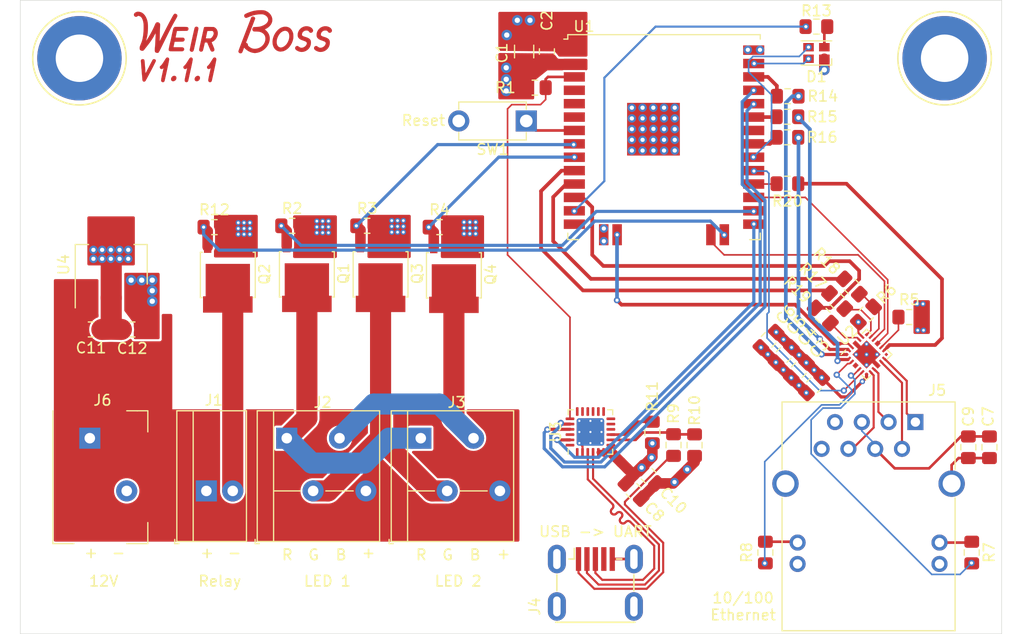
<source format=kicad_pcb>
(kicad_pcb (version 20171130) (host pcbnew "(5.1.8)-1")
  (layers (0 F.Cu signal) (1 In1.Cu signal) (2 In2.Cu signal) (31 B.Cu signal) (34 B.Paste user) (35 F.Paste user) (36 B.SilkS user) (37 F.SilkS user) (38 B.Mask user) (39 F.Mask user) (44 Edge.Cuts user))
  (net 0 "")
  (net 1 +3V3)
  (net 2 GND)
  (net 3 "Net-(C7-Pad1)")
  (net 4 +12V)
  (net 5 "Net-(J4-Pad1)")
  (net 6 "Net-(J5-Pad9)")
  (net 7 "Net-(J5-Pad11)")
  (net 8 /RED_G)
  (net 9 /RELAY_ON_G)
  (net 10 /GREEN_G)
  (net 11 /BLUE_G)
  (net 12 /ESP_EN)
  (net 13 "Net-(R5-Pad1)")
  (net 14 /RX_D1)
  (net 15 /LED0)
  (net 16 /LED2)
  (net 17 "Net-(R10-Pad1)")
  (net 18 "Net-(R11-Pad2)")
  (net 19 /RX_D0)
  (net 20 /CRS_DV)
  (net 21 /RX_ER)
  (net 22 /MDC)
  (net 23 /BOOT_MODE)
  (net 24 /MDIO)
  (net 25 /PHY_50MHzIn)
  (net 26 /PHY_RST)
  (net 27 /TX_D0)
  (net 28 /TX_EN)
  (net 29 /RX)
  (net 30 /TX)
  (net 31 /TX_D1)
  (net 32 /TD_P)
  (net 33 /RD_P)
  (net 34 /TD_N)
  (net 35 /RD_N)
  (net 36 /USB_N)
  (net 37 /USB_P)
  (net 38 /IND_B)
  (net 39 /IND_G)
  (net 40 "Net-(D1-Pad4)")
  (net 41 /IND_R)
  (net 42 /FACTORY_RESET)
  (net 43 /RELAY_NEGATIVE)
  (net 44 /RED_CATHODE)
  (net 45 /GREEN_CATHODE)
  (net 46 /BLUE_CATHODE)
  (net 47 "Net-(R14-Pad2)")
  (net 48 "Net-(R15-Pad1)")
  (net 49 "Net-(R16-Pad1)")
  (net 50 "Net-(R17-Pad2)")
  (net 51 "Net-(R19-Pad1)")
  (net 52 /RX_D1_M)
  (net 53 "Net-(R20-Pad2)")
  (net 54 "Net-(U2-Pad12)")
  (net 55 "Net-(U2-Pad3)")
  (net 56 "Net-(U3-Pad1)")
  (net 57 "Net-(U3-Pad10)")
  (net 58 "Net-(U3-Pad11)")
  (net 59 "Net-(U3-Pad12)")
  (net 60 "Net-(U3-Pad13)")
  (net 61 "Net-(U3-Pad14)")
  (net 62 "Net-(U3-Pad15)")
  (net 63 "Net-(U3-Pad16)")
  (net 64 "Net-(U3-Pad17)")
  (net 65 "Net-(U3-Pad18)")
  (net 66 "Net-(U3-Pad22)")
  (net 67 "Net-(U3-Pad24)")
  (module custom-parts:4MM_Mounting_Hole (layer F.Cu) (at 157.6 50.4)
    (fp_text reference REF** hide)
    (fp_text value 4MM_Mounting_Hole)
    (pad 1 thru_hole circle (at 0 0) (size 8 8) (drill 4.5) (layers *.Cu *.Mask) (net 2 GND))
  )
  (module custom-parts:4MM_Mounting_Hole (layer F.Cu) (at 75.6 50.4)
    (fp_text reference REF** hide)
    (fp_text value 4MM_Mounting_Hole)
    (pad 1 thru_hole circle (at 0 0) (size 8 8) (drill 4.5) (layers *.Cu *.Mask) (net 2 GND))
  )
  (module custom-parts:v1.1.1_text (layer F.Cu) (at 94.1 51.5)
    (fp_text reference G*** hide)
    (fp_text value LOGO hide)
    (fp_poly (pts (xy -7.232332 0.569924) (xy -7.19183 0.579689) (xy -7.190045 0.580415) (xy -7.144629 0.607717) (xy -7.110447 0.645492) (xy -7.087601 0.691452) (xy -7.07619 0.743313) (xy -7.076317 0.798789) (xy -7.08808 0.855593) (xy -7.111581 0.91144) (xy -7.14692 0.964044) (xy -7.171969 0.991283) (xy -7.22485 1.032995) (xy -7.283824 1.062543) (xy -7.345664 1.079024) (xy -7.407144 1.081531) (xy -7.458228 1.071513) (xy -7.504785 1.047925) (xy -7.541968 1.011894) (xy -7.568317 0.965948) (xy -7.58237 0.912614) (xy -7.582834 0.855866) (xy -7.568546 0.794627) (xy -7.541047 0.734664) (xy -7.502949 0.67944) (xy -7.456866 0.632419) (xy -7.405411 0.597065) (xy -7.378355 0.584797) (xy -7.332013 0.572627) (xy -7.281199 0.56762) (xy -7.232332 0.569924)) (layer F.Cu) (width 0.01))
    (fp_poly (pts (xy -9.467532 0.569924) (xy -9.42703 0.579689) (xy -9.425245 0.580415) (xy -9.379829 0.607717) (xy -9.345647 0.645492) (xy -9.322801 0.691452) (xy -9.31139 0.743313) (xy -9.311517 0.798789) (xy -9.32328 0.855593) (xy -9.346781 0.91144) (xy -9.38212 0.964044) (xy -9.407169 0.991283) (xy -9.46005 1.032995) (xy -9.519024 1.062543) (xy -9.580864 1.079024) (xy -9.642344 1.081531) (xy -9.693428 1.071513) (xy -9.739985 1.047925) (xy -9.777168 1.011894) (xy -9.803517 0.965948) (xy -9.81757 0.912614) (xy -9.818034 0.855866) (xy -9.803746 0.794627) (xy -9.776247 0.734664) (xy -9.738149 0.67944) (xy -9.692066 0.632419) (xy -9.640611 0.597065) (xy -9.613555 0.584797) (xy -9.567213 0.572627) (xy -9.516399 0.56762) (xy -9.467532 0.569924)) (layer F.Cu) (width 0.01))
    (fp_poly (pts (xy -11.37194 -1.008068) (xy -11.327867 -0.988294) (xy -11.292392 -0.957676) (xy -11.267366 -0.918766) (xy -11.257882 -0.878191) (xy -11.263276 -0.832456) (xy -11.26642 -0.821267) (xy -11.273926 -0.801935) (xy -11.288579 -0.769041) (xy -11.309658 -0.724018) (xy -11.336443 -0.6683) (xy -11.368215 -0.603319) (xy -11.404253 -0.530508) (xy -11.443838 -0.451302) (xy -11.486248 -0.367132) (xy -11.530764 -0.279432) (xy -11.576666 -0.189635) (xy -11.623233 -0.099175) (xy -11.669746 -0.009483) (xy -11.715484 0.078005) (xy -11.759727 0.161859) (xy -11.772694 0.186266) (xy -11.845328 0.322679) (xy -11.910447 0.444815) (xy -11.968432 0.553378) (xy -12.019665 0.649071) (xy -12.064528 0.732597) (xy -12.103403 0.804658) (xy -12.136672 0.865957) (xy -12.164717 0.917197) (xy -12.18792 0.959081) (xy -12.206664 0.992312) (xy -12.221329 1.017592) (xy -12.232298 1.035624) (xy -12.239953 1.047112) (xy -12.242039 1.049866) (xy -12.281197 1.087203) (xy -12.326643 1.110907) (xy -12.375375 1.119719) (xy -12.403667 1.117562) (xy -12.431917 1.109209) (xy -12.456931 1.096869) (xy -12.479829 1.075228) (xy -12.501858 1.043611) (xy -12.518897 1.008658) (xy -12.52553 0.986366) (xy -12.526897 0.974633) (xy -12.529564 0.947152) (xy -12.533433 0.905053) (xy -12.538406 0.849464) (xy -12.544387 0.781513) (xy -12.551277 0.70233) (xy -12.558978 0.613042) (xy -12.567392 0.514778) (xy -12.576423 0.408666) (xy -12.585972 0.295836) (xy -12.595941 0.177415) (xy -12.606233 0.054532) (xy -12.606545 0.0508) (xy -12.620626 -0.118856) (xy -12.633121 -0.271665) (xy -12.644028 -0.407626) (xy -12.653348 -0.526738) (xy -12.661081 -0.628999) (xy -12.667227 -0.714408) (xy -12.671786 -0.782964) (xy -12.674757 -0.834666) (xy -12.67614 -0.869511) (xy -12.675935 -0.8875) (xy -12.675676 -0.8892) (xy -12.657891 -0.937161) (xy -12.628549 -0.973441) (xy -12.585889 -1.000122) (xy -12.579507 -1.002896) (xy -12.545885 -1.011785) (xy -12.504731 -1.015547) (xy -12.463907 -1.013965) (xy -12.431735 -1.006995) (xy -12.400421 -0.988778) (xy -12.370096 -0.960551) (xy -12.347208 -0.928335) (xy -12.346933 -0.927811) (xy -12.343645 -0.917179) (xy -12.339887 -0.896642) (xy -12.335605 -0.865587) (xy -12.330743 -0.823404) (xy -12.325249 -0.769479) (xy -12.319067 -0.703203) (xy -12.312143 -0.623962) (xy -12.304423 -0.531146) (xy -12.295853 -0.424142) (xy -12.286378 -0.302339) (xy -12.275944 -0.165124) (xy -12.264496 -0.011888) (xy -12.259234 0.059266) (xy -12.254318 0.123748) (xy -12.249507 0.182768) (xy -12.245 0.234211) (xy -12.240992 0.275963) (xy -12.237682 0.30591) (xy -12.235265 0.321938) (xy -12.234583 0.32399) (xy -12.229955 0.317635) (xy -12.218184 0.297289) (xy -12.199843 0.264035) (xy -12.175504 0.218955) (xy -12.145741 0.163132) (xy -12.111126 0.097647) (xy -12.072232 0.023584) (xy -12.029632 -0.057975) (xy -11.983899 -0.145948) (xy -11.935605 -0.239251) (xy -11.900779 -0.306777) (xy -11.850575 -0.404029) (xy -11.802185 -0.497329) (xy -11.756219 -0.585522) (xy -11.713289 -0.667454) (xy -11.674009 -0.741972) (xy -11.638988 -0.80792) (xy -11.608841 -0.864145) (xy -11.584178 -0.909492) (xy -11.565612 -0.942808) (xy -11.553754 -0.962938) (xy -11.549976 -0.96836) (xy -11.513032 -0.996432) (xy -11.468436 -1.0123) (xy -11.420101 -1.016124) (xy -11.37194 -1.008068)) (layer F.Cu) (width 0.01))
    (fp_poly (pts (xy -5.648495 -1.170896) (xy -5.606825 -1.152615) (xy -5.571897 -1.12253) (xy -5.545954 -1.082352) (xy -5.53124 -1.033791) (xy -5.528734 -1.001853) (xy -5.530659 -0.974517) (xy -5.536313 -0.931719) (xy -5.545512 -0.874472) (xy -5.558072 -0.80379) (xy -5.57381 -0.720685) (xy -5.592543 -0.626172) (xy -5.614086 -0.521264) (xy -5.62619 -0.463642) (xy -5.636994 -0.412919) (xy -5.650337 -0.350846) (xy -5.665896 -0.278887) (xy -5.68335 -0.198506) (xy -5.702375 -0.111165) (xy -5.722649 -0.018329) (xy -5.743851 0.078538) (xy -5.765657 0.177975) (xy -5.787745 0.278515) (xy -5.809792 0.378697) (xy -5.831477 0.477057) (xy -5.852477 0.57213) (xy -5.872469 0.662454) (xy -5.891132 0.746565) (xy -5.908142 0.822999) (xy -5.923178 0.890293) (xy -5.935916 0.946983) (xy -5.946035 0.991605) (xy -5.953213 1.022696) (xy -5.957125 1.038793) (xy -5.957248 1.039245) (xy -5.978914 1.090555) (xy -6.011437 1.130353) (xy -6.052798 1.157365) (xy -6.100978 1.170316) (xy -6.153957 1.167931) (xy -6.159393 1.166811) (xy -6.208591 1.147527) (xy -6.249977 1.113915) (xy -6.266097 1.09352) (xy -6.278317 1.06792) (xy -6.285319 1.033569) (xy -6.287043 0.989167) (xy -6.28343 0.933417) (xy -6.274417 0.865019) (xy -6.259945 0.782675) (xy -6.24905 0.728133) (xy -6.241376 0.69154) (xy -6.231006 0.642873) (xy -6.218393 0.584191) (xy -6.203987 0.517552) (xy -6.188239 0.445013) (xy -6.171599 0.368633) (xy -6.154519 0.290469) (xy -6.13745 0.21258) (xy -6.120842 0.137023) (xy -6.105148 0.065857) (xy -6.090816 0.001139) (xy -6.078299 -0.055072) (xy -6.068047 -0.10072) (xy -6.060512 -0.133744) (xy -6.056399 -0.151081) (xy -6.054781 -0.161062) (xy -6.058535 -0.163004) (xy -6.070267 -0.156059) (xy -6.092586 -0.139378) (xy -6.092766 -0.13924) (xy -6.141336 -0.106254) (xy -6.18551 -0.086155) (xy -6.229496 -0.077244) (xy -6.2484 -0.07643) (xy -6.299727 -0.083819) (xy -6.343088 -0.105219) (xy -6.37695 -0.138978) (xy -6.399782 -0.183444) (xy -6.410048 -0.236964) (xy -6.410472 -0.251135) (xy -6.405372 -0.296171) (xy -6.388543 -0.33308) (xy -6.357705 -0.366364) (xy -6.348202 -0.374128) (xy -6.315466 -0.40146) (xy -6.283059 -0.432246) (xy -6.25 -0.467808) (xy -6.215306 -0.509472) (xy -6.177994 -0.558562) (xy -6.137081 -0.616401) (xy -6.091586 -0.684313) (xy -6.040524 -0.763624) (xy -5.982915 -0.855656) (xy -5.944122 -0.918634) (xy -5.903585 -0.983998) (xy -5.86993 -1.036241) (xy -5.841794 -1.077033) (xy -5.817816 -1.108045) (xy -5.796633 -1.130946) (xy -5.776884 -1.147406) (xy -5.757207 -1.159097) (xy -5.743083 -1.165209) (xy -5.694662 -1.175665) (xy -5.648495 -1.170896)) (layer F.Cu) (width 0.01))
    (fp_poly (pts (xy -7.883695 -1.170896) (xy -7.842025 -1.152615) (xy -7.807097 -1.12253) (xy -7.781154 -1.082352) (xy -7.76644 -1.033791) (xy -7.763934 -1.001853) (xy -7.765859 -0.974517) (xy -7.771513 -0.931719) (xy -7.780712 -0.874472) (xy -7.793272 -0.80379) (xy -7.80901 -0.720685) (xy -7.827743 -0.626172) (xy -7.849286 -0.521264) (xy -7.86139 -0.463642) (xy -7.872194 -0.412919) (xy -7.885537 -0.350846) (xy -7.901096 -0.278887) (xy -7.91855 -0.198506) (xy -7.937575 -0.111165) (xy -7.957849 -0.018329) (xy -7.979051 0.078538) (xy -8.000857 0.177975) (xy -8.022945 0.278515) (xy -8.044992 0.378697) (xy -8.066677 0.477057) (xy -8.087677 0.57213) (xy -8.107669 0.662454) (xy -8.126332 0.746565) (xy -8.143342 0.822999) (xy -8.158378 0.890293) (xy -8.171116 0.946983) (xy -8.181235 0.991605) (xy -8.188413 1.022696) (xy -8.192325 1.038793) (xy -8.192448 1.039245) (xy -8.214114 1.090555) (xy -8.246637 1.130353) (xy -8.287998 1.157365) (xy -8.336178 1.170316) (xy -8.389157 1.167931) (xy -8.394593 1.166811) (xy -8.443791 1.147527) (xy -8.485177 1.113915) (xy -8.501297 1.09352) (xy -8.513517 1.06792) (xy -8.520519 1.033569) (xy -8.522243 0.989167) (xy -8.51863 0.933417) (xy -8.509617 0.865019) (xy -8.495145 0.782675) (xy -8.48425 0.728133) (xy -8.476576 0.69154) (xy -8.466206 0.642873) (xy -8.453593 0.584191) (xy -8.439187 0.517552) (xy -8.423439 0.445013) (xy -8.406799 0.368633) (xy -8.389719 0.290469) (xy -8.37265 0.21258) (xy -8.356042 0.137023) (xy -8.340348 0.065857) (xy -8.326016 0.001139) (xy -8.313499 -0.055072) (xy -8.303247 -0.10072) (xy -8.295712 -0.133744) (xy -8.291599 -0.151081) (xy -8.289981 -0.161062) (xy -8.293735 -0.163004) (xy -8.305467 -0.156059) (xy -8.327786 -0.139378) (xy -8.327966 -0.13924) (xy -8.376536 -0.106254) (xy -8.42071 -0.086155) (xy -8.464696 -0.077244) (xy -8.4836 -0.07643) (xy -8.534927 -0.083819) (xy -8.578288 -0.105219) (xy -8.61215 -0.138978) (xy -8.634982 -0.183444) (xy -8.645248 -0.236964) (xy -8.645672 -0.251135) (xy -8.640572 -0.296171) (xy -8.623743 -0.33308) (xy -8.592905 -0.366364) (xy -8.583402 -0.374128) (xy -8.550666 -0.40146) (xy -8.518259 -0.432246) (xy -8.4852 -0.467808) (xy -8.450506 -0.509472) (xy -8.413194 -0.558562) (xy -8.372281 -0.616401) (xy -8.326786 -0.684313) (xy -8.275724 -0.763624) (xy -8.218115 -0.855656) (xy -8.179322 -0.918634) (xy -8.138785 -0.983998) (xy -8.10513 -1.036241) (xy -8.076994 -1.077033) (xy -8.053016 -1.108045) (xy -8.031833 -1.130946) (xy -8.012084 -1.147406) (xy -7.992407 -1.159097) (xy -7.978283 -1.165209) (xy -7.929862 -1.175665) (xy -7.883695 -1.170896)) (layer F.Cu) (width 0.01))
    (fp_poly (pts (xy -10.118895 -1.170896) (xy -10.077225 -1.152615) (xy -10.042297 -1.12253) (xy -10.016354 -1.082352) (xy -10.00164 -1.033791) (xy -9.999134 -1.001853) (xy -10.001059 -0.974517) (xy -10.006713 -0.931719) (xy -10.015912 -0.874472) (xy -10.028472 -0.80379) (xy -10.04421 -0.720685) (xy -10.062943 -0.626172) (xy -10.084486 -0.521264) (xy -10.09659 -0.463642) (xy -10.107394 -0.412919) (xy -10.120737 -0.350846) (xy -10.136296 -0.278887) (xy -10.15375 -0.198506) (xy -10.172775 -0.111165) (xy -10.193049 -0.018329) (xy -10.214251 0.078538) (xy -10.236057 0.177975) (xy -10.258145 0.278515) (xy -10.280192 0.378697) (xy -10.301877 0.477057) (xy -10.322877 0.57213) (xy -10.342869 0.662454) (xy -10.361532 0.746565) (xy -10.378542 0.822999) (xy -10.393578 0.890293) (xy -10.406316 0.946983) (xy -10.416435 0.991605) (xy -10.423613 1.022696) (xy -10.427525 1.038793) (xy -10.427648 1.039245) (xy -10.449314 1.090555) (xy -10.481837 1.130353) (xy -10.523198 1.157365) (xy -10.571378 1.170316) (xy -10.624357 1.167931) (xy -10.629793 1.166811) (xy -10.678991 1.147527) (xy -10.720377 1.113915) (xy -10.736497 1.09352) (xy -10.748717 1.06792) (xy -10.755719 1.033569) (xy -10.757443 0.989167) (xy -10.75383 0.933417) (xy -10.744817 0.865019) (xy -10.730345 0.782675) (xy -10.71945 0.728133) (xy -10.711776 0.69154) (xy -10.701406 0.642873) (xy -10.688793 0.584191) (xy -10.674387 0.517552) (xy -10.658639 0.445013) (xy -10.641999 0.368633) (xy -10.624919 0.290469) (xy -10.60785 0.21258) (xy -10.591242 0.137023) (xy -10.575548 0.065857) (xy -10.561216 0.001139) (xy -10.548699 -0.055072) (xy -10.538447 -0.10072) (xy -10.530912 -0.133744) (xy -10.526799 -0.151081) (xy -10.525181 -0.161062) (xy -10.528935 -0.163004) (xy -10.540667 -0.156059) (xy -10.562986 -0.139378) (xy -10.563166 -0.13924) (xy -10.611736 -0.106254) (xy -10.65591 -0.086155) (xy -10.699896 -0.077244) (xy -10.718801 -0.07643) (xy -10.770127 -0.083819) (xy -10.813488 -0.105219) (xy -10.84735 -0.138978) (xy -10.870182 -0.183444) (xy -10.880448 -0.236964) (xy -10.880872 -0.251135) (xy -10.875772 -0.296171) (xy -10.858943 -0.33308) (xy -10.828105 -0.366364) (xy -10.818602 -0.374128) (xy -10.785866 -0.40146) (xy -10.753459 -0.432246) (xy -10.7204 -0.467808) (xy -10.685706 -0.509472) (xy -10.648394 -0.558562) (xy -10.607481 -0.616401) (xy -10.561986 -0.684313) (xy -10.510924 -0.763624) (xy -10.453315 -0.855656) (xy -10.414522 -0.918634) (xy -10.373985 -0.983998) (xy -10.34033 -1.036241) (xy -10.312194 -1.077033) (xy -10.288216 -1.108045) (xy -10.267033 -1.130946) (xy -10.247284 -1.147406) (xy -10.227607 -1.159097) (xy -10.213483 -1.165209) (xy -10.165062 -1.175665) (xy -10.118895 -1.170896)) (layer F.Cu) (width 0.01))
  )
  (module custom-parts:weir_name_text (layer F.Cu) (at 99.8 47.9)
    (fp_text reference G*** hide)
    (fp_text value LOGO hide)
    (fp_poly (pts (xy -14.57452 -0.469853) (xy -14.437029 -0.469799) (xy -14.322625 -0.469599) (xy -14.228995 -0.469162) (xy -14.153825 -0.468396) (xy -14.094804 -0.46721) (xy -14.049618 -0.465512) (xy -14.015953 -0.463211) (xy -13.991498 -0.460214) (xy -13.973938 -0.456431) (xy -13.960962 -0.451769) (xy -13.950255 -0.446137) (xy -13.948466 -0.445059) (xy -13.901607 -0.406704) (xy -13.875291 -0.358803) (xy -13.866491 -0.295757) (xy -13.866464 -0.293318) (xy -13.876371 -0.221364) (xy -13.907243 -0.16365) (xy -13.95775 -0.1211) (xy -13.97017 -0.114442) (xy -13.984267 -0.109002) (xy -14.002654 -0.104632) (xy -14.027947 -0.101184) (xy -14.06276 -0.09851) (xy -14.109706 -0.096463) (xy -14.171402 -0.094895) (xy -14.250461 -0.093657) (xy -14.349497 -0.092602) (xy -14.471125 -0.091582) (xy -14.481077 -0.091504) (xy -14.960403 -0.087758) (xy -14.966855 -0.059754) (xy -14.976031 -0.018598) (xy -14.988166 0.037748) (xy -15.002389 0.105033) (xy -15.017827 0.179004) (xy -15.033609 0.255411) (xy -15.048862 0.330001) (xy -15.062715 0.398525) (xy -15.074295 0.456731) (xy -15.082731 0.500366) (xy -15.087151 0.525181) (xy -15.0876 0.528962) (xy -15.083498 0.534067) (xy -15.069566 0.538097) (xy -15.043364 0.541164) (xy -15.002456 0.543385) (xy -14.944401 0.544874) (xy -14.866762 0.545745) (xy -14.767101 0.546115) (xy -14.722475 0.546147) (xy -14.615844 0.546263) (xy -14.531561 0.546703) (xy -14.466575 0.547655) (xy -14.417834 0.549305) (xy -14.382286 0.55184) (xy -14.35688 0.555445) (xy -14.338565 0.560307) (xy -14.32429 0.566614) (xy -14.316766 0.570941) (xy -14.268143 0.611429) (xy -14.241299 0.662255) (xy -14.23377 0.721704) (xy -14.243433 0.792639) (xy -14.273142 0.848747) (xy -14.322118 0.890948) (xy -14.336051 0.8992) (xy -14.350376 0.905822) (xy -14.368001 0.911044) (xy -14.391835 0.915101) (xy -14.424787 0.918222) (xy -14.469767 0.92064) (xy -14.529683 0.922587) (xy -14.607445 0.924295) (xy -14.705962 0.925995) (xy -14.77573 0.9271) (xy -15.18141 0.93345) (xy -15.235383 1.1811) (xy -15.251946 1.257706) (xy -15.266526 1.326293) (xy -15.278283 1.382821) (xy -15.28638 1.423251) (xy -15.289977 1.443542) (xy -15.290078 1.444625) (xy -15.285021 1.449037) (xy -15.268058 1.45261) (xy -15.237166 1.455418) (xy -15.190321 1.457533) (xy -15.125497 1.459029) (xy -15.040672 1.459979) (xy -14.93382 1.460456) (xy -14.849475 1.460547) (xy -14.731485 1.460627) (xy -14.636165 1.460933) (xy -14.560785 1.461609) (xy -14.502615 1.462798) (xy -14.458925 1.464642) (xy -14.426986 1.467285) (xy -14.404067 1.470869) (xy -14.387438 1.475539) (xy -14.37437 1.481435) (xy -14.366759 1.485831) (xy -14.316816 1.529183) (xy -14.286188 1.583046) (xy -14.274729 1.642238) (xy -14.282294 1.701576) (xy -14.308739 1.755877) (xy -14.353918 1.799958) (xy -14.375916 1.812925) (xy -14.389623 1.819617) (xy -14.403386 1.825173) (xy -14.419577 1.829696) (xy -14.44057 1.83329) (xy -14.468736 1.836061) (xy -14.506449 1.838114) (xy -14.556082 1.839552) (xy -14.620006 1.840481) (xy -14.700594 1.841006) (xy -14.80022 1.84123) (xy -14.921256 1.841259) (xy -15.017266 1.841221) (xy -15.155401 1.841092) (xy -15.270484 1.840794) (xy -15.364863 1.840238) (xy -15.440886 1.839339) (xy -15.500902 1.83801) (xy -15.547258 1.836164) (xy -15.582302 1.833716) (xy -15.608382 1.83058) (xy -15.627847 1.826667) (xy -15.643045 1.821893) (xy -15.65275 1.817833) (xy -15.691228 1.797909) (xy -15.7175 1.776126) (xy -15.732785 1.748076) (xy -15.738302 1.70935) (xy -15.735271 1.655541) (xy -15.724911 1.582241) (xy -15.722311 1.56633) (xy -15.709847 1.494344) (xy -15.69601 1.421758) (xy -15.67985 1.344262) (xy -15.660414 1.257547) (xy -15.63675 1.157305) (xy -15.607907 1.039226) (xy -15.58951 0.9652) (xy -15.571215 0.889497) (xy -15.549409 0.79536) (xy -15.525538 0.689266) (xy -15.501046 0.577694) (xy -15.477377 0.467121) (xy -15.462056 0.3937) (xy -15.426394 0.222954) (xy -15.393943 0.07233) (xy -15.364889 -0.057386) (xy -15.339418 -0.165409) (xy -15.317719 -0.25095) (xy -15.299977 -0.313223) (xy -15.28638 -0.351441) (xy -15.283881 -0.356702) (xy -15.2617 -0.386851) (xy -15.228166 -0.41951) (xy -15.212239 -0.432051) (xy -15.15999 -0.4699) (xy -14.57452 -0.469853)) (layer F.Cu) (width 0.01))
    (fp_poly (pts (xy -4.507992 -0.471216) (xy -4.386908 -0.432583) (xy -4.276544 -0.373204) (xy -4.23545 -0.343186) (xy -4.158457 -0.268976) (xy -4.087296 -0.175425) (xy -4.025611 -0.068499) (xy -3.977045 0.045837) (xy -3.956034 0.1143) (xy -3.941902 0.187804) (xy -3.9322 0.278359) (xy -3.927115 0.37797) (xy -3.926835 0.478646) (xy -3.931547 0.572391) (xy -3.941439 0.651214) (xy -3.943207 0.6604) (xy -3.994392 0.856946) (xy -4.065565 1.043358) (xy -4.155354 1.217294) (xy -4.262387 1.376413) (xy -4.385291 1.518373) (xy -4.51334 1.633502) (xy -4.614512 1.704906) (xy -4.722744 1.766103) (xy -4.830244 1.813041) (xy -4.90148 1.835394) (xy -4.958162 1.846408) (xy -5.027763 1.855033) (xy -5.101484 1.860656) (xy -5.170528 1.862665) (xy -5.226095 1.860446) (xy -5.23875 1.858876) (xy -5.371789 1.826329) (xy -5.49203 1.772371) (xy -5.598629 1.697998) (xy -5.690743 1.604212) (xy -5.767527 1.49201) (xy -5.828137 1.362392) (xy -5.871729 1.216357) (xy -5.894442 1.082871) (xy -5.901075 0.924284) (xy -5.898118 0.892891) (xy -5.508779 0.892891) (xy -5.508395 1.012983) (xy -5.492575 1.125333) (xy -5.461925 1.226972) (xy -5.417053 1.314933) (xy -5.358566 1.386247) (xy -5.299222 1.431196) (xy -5.223383 1.466883) (xy -5.147439 1.482924) (xy -5.063967 1.480374) (xy -5.013951 1.471807) (xy -4.926374 1.443235) (xy -4.833831 1.394911) (xy -4.741209 1.330491) (xy -4.653397 1.253635) (xy -4.575284 1.167998) (xy -4.534571 1.113137) (xy -4.455546 0.980888) (xy -4.392862 0.843057) (xy -4.347024 0.702835) (xy -4.318536 0.563415) (xy -4.307901 0.42799) (xy -4.315624 0.299754) (xy -4.342208 0.181898) (xy -4.374993 0.101911) (xy -4.430502 0.017377) (xy -4.499915 -0.046567) (xy -4.581201 -0.088901) (xy -4.672333 -0.108602) (xy -4.771279 -0.104649) (xy -4.781884 -0.102849) (xy -4.895611 -0.069532) (xy -5.005058 -0.012624) (xy -5.108712 0.066218) (xy -5.205062 0.165336) (xy -5.292597 0.283073) (xy -5.369803 0.417773) (xy -5.435168 0.567776) (xy -5.460808 0.64135) (xy -5.493119 0.768023) (xy -5.508779 0.892891) (xy -5.898118 0.892891) (xy -5.885602 0.76007) (xy -5.849689 0.593554) (xy -5.795002 0.428056) (xy -5.723207 0.266901) (xy -5.63597 0.11341) (xy -5.534955 -0.029094) (xy -5.42183 -0.157289) (xy -5.29826 -0.267851) (xy -5.174935 -0.352226) (xy -5.042799 -0.417735) (xy -4.9072 -0.462362) (xy -4.770975 -0.486133) (xy -4.63696 -0.489075) (xy -4.507992 -0.471216)) (layer F.Cu) (width 0.01))
    (fp_poly (pts (xy -12.029827 -0.468285) (xy -11.912028 -0.467362) (xy -11.910908 -0.467352) (xy -11.47445 -0.46355) (xy -11.401606 -0.429411) (xy -11.312528 -0.374053) (xy -11.235586 -0.298812) (xy -11.172677 -0.207048) (xy -11.125699 -0.102122) (xy -11.09655 0.012603) (xy -11.0871 0.127636) (xy -11.09837 0.253541) (xy -11.130548 0.380642) (xy -11.18119 0.505062) (xy -11.247849 0.622923) (xy -11.328081 0.73035) (xy -11.419441 0.823464) (xy -11.519482 0.898389) (xy -11.600019 0.940869) (xy -11.637461 0.959081) (xy -11.663222 0.975429) (xy -11.671084 0.984807) (xy -11.666347 1.000312) (xy -11.653082 1.035027) (xy -11.632925 1.084884) (xy -11.607516 1.145819) (xy -11.58412 1.200707) (xy -11.532677 1.321524) (xy -11.491306 1.421725) (xy -11.459202 1.503646) (xy -11.435561 1.569627) (xy -11.419579 1.622002) (xy -11.410451 1.663111) (xy -11.407372 1.695289) (xy -11.408162 1.711904) (xy -11.426774 1.772032) (xy -11.465571 1.820263) (xy -11.521028 1.8538) (xy -11.589618 1.869849) (xy -11.608635 1.870805) (xy -11.674358 1.861492) (xy -11.726383 1.830981) (xy -11.755054 1.796996) (xy -11.765913 1.776218) (xy -11.78465 1.735865) (xy -11.809527 1.67987) (xy -11.838805 1.612168) (xy -11.870746 1.536693) (xy -11.882616 1.508247) (xy -11.917954 1.423276) (xy -11.953703 1.337385) (xy -11.987413 1.256459) (xy -12.016632 1.186381) (xy -12.038909 1.133036) (xy -12.041381 1.127125) (xy -12.093191 1.0033) (xy -12.31503 1.0033) (xy -12.394792 1.355725) (xy -12.42204 1.474685) (xy -12.445031 1.571332) (xy -12.464568 1.648244) (xy -12.481454 1.707997) (xy -12.496489 1.75317) (xy -12.510476 1.78634) (xy -12.524217 1.810085) (xy -12.538514 1.826983) (xy -12.542582 1.830712) (xy -12.566047 1.844714) (xy -12.60151 1.859767) (xy -12.638777 1.872204) (xy -12.667655 1.878355) (xy -12.6746 1.878229) (xy -12.690109 1.874745) (xy -12.719509 1.867878) (xy -12.72325 1.866994) (xy -12.773007 1.844219) (xy -12.817111 1.804937) (xy -12.846869 1.757451) (xy -12.85119 1.744764) (xy -12.853677 1.735803) (xy -12.855631 1.726984) (xy -12.85673 1.716665) (xy -12.856648 1.703204) (xy -12.855062 1.684962) (xy -12.851646 1.660296) (xy -12.846079 1.627565) (xy -12.838034 1.585129) (xy -12.827188 1.531346) (xy -12.813217 1.464574) (xy -12.795796 1.383173) (xy -12.774602 1.285501) (xy -12.749311 1.169917) (xy -12.719598 1.034781) (xy -12.685139 0.87845) (xy -12.645609 0.699283) (xy -12.63703 0.6604) (xy -12.625472 0.608013) (xy -12.225985 0.608013) (xy -12.220377 0.613806) (xy -12.205202 0.617788) (xy -12.177137 0.620292) (xy -12.132863 0.621655) (xy -12.069057 0.622211) (xy -12.004843 0.6223) (xy -11.777873 0.6223) (xy -11.718842 0.584863) (xy -11.663174 0.538634) (xy -11.608145 0.473508) (xy -11.557656 0.395776) (xy -11.515607 0.311729) (xy -11.485898 0.22766) (xy -11.478763 0.197554) (xy -11.474345 0.126875) (xy -11.486476 0.054681) (xy -11.512863 -0.01027) (xy -11.544224 -0.052678) (xy -11.580447 -0.0889) (xy -11.828218 -0.0889) (xy -11.913873 -0.088724) (xy -11.977488 -0.087997) (xy -12.022424 -0.086426) (xy -12.052038 -0.083719) (xy -12.069691 -0.07958) (xy -12.078741 -0.073716) (xy -12.08232 -0.066675) (xy -12.086589 -0.048491) (xy -12.095248 -0.00909) (xy -12.107516 0.047874) (xy -12.122609 0.11875) (xy -12.139746 0.199886) (xy -12.153767 0.2667) (xy -12.171944 0.353225) (xy -12.188688 0.432288) (xy -12.203213 0.500236) (xy -12.214735 0.553418) (xy -12.222471 0.588181) (xy -12.225347 0.600075) (xy -12.225985 0.608013) (xy -12.625472 0.608013) (xy -12.595355 0.471507) (xy -12.558787 0.305855) (xy -12.526954 0.16188) (xy -12.499479 0.038021) (xy -12.475988 -0.067283) (xy -12.456106 -0.155594) (xy -12.43946 -0.228474) (xy -12.425672 -0.287485) (xy -12.414371 -0.334187) (xy -12.405179 -0.370144) (xy -12.397723 -0.396916) (xy -12.391628 -0.416065) (xy -12.386519 -0.429152) (xy -12.382021 -0.43774) (xy -12.37776 -0.443391) (xy -12.373361 -0.447664) (xy -12.370526 -0.450194) (xy -12.362186 -0.455837) (xy -12.349257 -0.46032) (xy -12.329141 -0.46374) (xy -12.299241 -0.466194) (xy -12.256958 -0.467778) (xy -12.199694 -0.46859) (xy -12.124849 -0.468727) (xy -12.029827 -0.468285)) (layer F.Cu) (width 0.01))
    (fp_poly (pts (xy -13.047576 -0.484952) (xy -12.989348 -0.455948) (xy -12.946269 -0.411347) (xy -12.922474 -0.35421) (xy -12.921876 -0.351137) (xy -12.922886 -0.330946) (xy -12.929267 -0.288138) (xy -12.941072 -0.222449) (xy -12.958356 -0.133619) (xy -12.981171 -0.021384) (xy -13.00957 0.114516) (xy -13.043607 0.274345) (xy -13.083335 0.458363) (xy -13.128808 0.666833) (xy -13.131573 0.67945) (xy -13.165867 0.835707) (xy -13.198945 0.985971) (xy -13.230354 1.128217) (xy -13.259645 1.260425) (xy -13.286365 1.380572) (xy -13.310063 1.486635) (xy -13.330289 1.576592) (xy -13.346592 1.648421) (xy -13.35852 1.700099) (xy -13.365623 1.729605) (xy -13.366765 1.733902) (xy -13.396588 1.799836) (xy -13.442559 1.850798) (xy -13.491402 1.878792) (xy -13.53789 1.890685) (xy -13.581856 1.887131) (xy -13.633167 1.867129) (xy -13.639994 1.863725) (xy -13.693781 1.824978) (xy -13.729324 1.774695) (xy -13.743249 1.717859) (xy -13.743312 1.711152) (xy -13.740428 1.688051) (xy -13.732457 1.642985) (xy -13.719897 1.578202) (xy -13.703247 1.495954) (xy -13.683007 1.398488) (xy -13.659675 1.288056) (xy -13.63375 1.166905) (xy -13.605732 1.037286) (xy -13.576119 0.901449) (xy -13.54541 0.761642) (xy -13.514104 0.620116) (xy -13.482701 0.479119) (xy -13.451698 0.340902) (xy -13.421596 0.207714) (xy -13.392893 0.081804) (xy -13.366088 -0.034578) (xy -13.341681 -0.139183) (xy -13.320169 -0.22976) (xy -13.302052 -0.304061) (xy -13.28783 -0.359836) (xy -13.278 -0.394836) (xy -13.273609 -0.4064) (xy -13.227393 -0.452993) (xy -13.172221 -0.484134) (xy -13.116814 -0.4953) (xy -13.047576 -0.484952)) (layer F.Cu) (width 0.01))
    (fp_poly (pts (xy -0.727932 -0.520777) (xy -0.589806 -0.480197) (xy -0.536914 -0.457598) (xy -0.455427 -0.410315) (xy -0.38455 -0.351097) (xy -0.327546 -0.284021) (xy -0.28768 -0.213167) (xy -0.268215 -0.142613) (xy -0.266825 -0.120018) (xy -0.277742 -0.05989) (xy -0.307608 -0.005992) (xy -0.351643 0.038553) (xy -0.405067 0.07062) (xy -0.463099 0.087084) (xy -0.52096 0.084821) (xy -0.558453 0.070614) (xy -0.582656 0.051447) (xy -0.614035 0.019072) (xy -0.641003 -0.013444) (xy -0.682589 -0.065087) (xy -0.717799 -0.099364) (xy -0.753839 -0.119792) (xy -0.797915 -0.129886) (xy -0.857236 -0.133162) (xy -0.886798 -0.13335) (xy -0.94868 -0.132402) (xy -0.993657 -0.128575) (xy -1.030184 -0.120403) (xy -1.066714 -0.106416) (xy -1.081996 -0.099439) (xy -1.152421 -0.057172) (xy -1.217139 -0.001446) (xy -1.268612 0.06064) (xy -1.288702 0.09525) (xy -1.303037 0.136799) (xy -1.314042 0.190316) (xy -1.318227 0.2286) (xy -1.319638 0.277637) (xy -1.315577 0.310005) (xy -1.304544 0.33412) (xy -1.297752 0.343457) (xy -1.258256 0.377828) (xy -1.193466 0.412901) (xy -1.103473 0.448633) (xy -0.99695 0.482501) (xy -0.858595 0.527426) (xy -0.744008 0.575624) (xy -0.651611 0.628681) (xy -0.57983 0.688186) (xy -0.527087 0.755726) (xy -0.491807 0.832889) (xy -0.472412 0.921262) (xy -0.467257 1.016) (xy -0.480375 1.165661) (xy -0.516396 1.306912) (xy -0.573663 1.437827) (xy -0.650521 1.55648) (xy -0.745314 1.660945) (xy -0.856386 1.749296) (xy -0.982082 1.819607) (xy -1.120746 1.869953) (xy -1.220031 1.891549) (xy -1.314262 1.901651) (xy -1.402156 1.90134) (xy -1.4478 1.896023) (xy -1.556028 1.871305) (xy -1.657942 1.83678) (xy -1.750389 1.794366) (xy -1.830212 1.745986) (xy -1.894258 1.693559) (xy -1.939371 1.639005) (xy -1.962396 1.584245) (xy -1.962716 1.5826) (xy -1.964754 1.510927) (xy -1.945186 1.446489) (xy -1.907143 1.393149) (xy -1.853754 1.354765) (xy -1.78815 1.335198) (xy -1.760745 1.3335) (xy -1.71392 1.343956) (xy -1.658275 1.376021) (xy -1.655562 1.377961) (xy -1.579899 1.430599) (xy -1.518163 1.468272) (xy -1.465276 1.492866) (xy -1.41616 1.506267) (xy -1.365738 1.510363) (xy -1.308932 1.50704) (xy -1.308305 1.506975) (xy -1.212552 1.48593) (xy -1.120251 1.445215) (xy -1.035531 1.388322) (xy -0.962521 1.318746) (xy -0.905349 1.239981) (xy -0.868144 1.155519) (xy -0.86131 1.128724) (xy -0.853716 1.084956) (xy -0.85422 1.054031) (xy -0.863755 1.024422) (xy -0.870985 1.008977) (xy -0.892632 0.975419) (xy -0.924654 0.944929) (xy -0.970157 0.915718) (xy -1.032245 0.885995) (xy -1.114025 0.853971) (xy -1.180332 0.830693) (xy -1.287907 0.792726) (xy -1.374746 0.758618) (xy -1.444828 0.726376) (xy -1.502135 0.694002) (xy -1.550645 0.659503) (xy -1.589434 0.625595) (xy -1.650322 0.557368) (xy -1.691239 0.484991) (xy -1.715252 0.401714) (xy -1.7239 0.32971) (xy -1.720201 0.20232) (xy -1.692277 0.0701) (xy -1.640476 -0.065351) (xy -1.63569 -0.075487) (xy -1.579143 -0.170725) (xy -1.504005 -0.263438) (xy -1.416742 -0.34694) (xy -1.323819 -0.414541) (xy -1.288478 -0.434613) (xy -1.150371 -0.493328) (xy -1.009833 -0.527293) (xy -0.86848 -0.536459) (xy -0.727932 -0.520777)) (layer F.Cu) (width 0.01))
    (fp_poly (pts (xy -2.518632 -0.520777) (xy -2.380506 -0.480197) (xy -2.327614 -0.457598) (xy -2.246127 -0.410315) (xy -2.17525 -0.351097) (xy -2.118246 -0.284021) (xy -2.07838 -0.213167) (xy -2.058915 -0.142613) (xy -2.057525 -0.120018) (xy -2.068442 -0.05989) (xy -2.098308 -0.005992) (xy -2.142343 0.038553) (xy -2.195767 0.07062) (xy -2.253799 0.087084) (xy -2.31166 0.084821) (xy -2.349153 0.070614) (xy -2.373356 0.051447) (xy -2.404735 0.019072) (xy -2.431703 -0.013444) (xy -2.473289 -0.065087) (xy -2.508499 -0.099364) (xy -2.544539 -0.119792) (xy -2.588615 -0.129886) (xy -2.647936 -0.133162) (xy -2.677498 -0.13335) (xy -2.73938 -0.132402) (xy -2.784357 -0.128575) (xy -2.820884 -0.120403) (xy -2.857414 -0.106416) (xy -2.872696 -0.099439) (xy -2.943121 -0.057172) (xy -3.007839 -0.001446) (xy -3.059312 0.06064) (xy -3.079402 0.09525) (xy -3.093737 0.136799) (xy -3.104742 0.190316) (xy -3.108927 0.2286) (xy -3.110338 0.277637) (xy -3.106277 0.310005) (xy -3.095244 0.33412) (xy -3.088452 0.343457) (xy -3.048956 0.377828) (xy -2.984166 0.412901) (xy -2.894173 0.448633) (xy -2.78765 0.482501) (xy -2.649295 0.527426) (xy -2.534708 0.575624) (xy -2.442311 0.628681) (xy -2.37053 0.688186) (xy -2.317787 0.755726) (xy -2.282507 0.832889) (xy -2.263112 0.921262) (xy -2.257957 1.016) (xy -2.271075 1.165661) (xy -2.307096 1.306912) (xy -2.364363 1.437827) (xy -2.441221 1.55648) (xy -2.536014 1.660945) (xy -2.647086 1.749296) (xy -2.772782 1.819607) (xy -2.911446 1.869953) (xy -3.010731 1.891549) (xy -3.104962 1.901651) (xy -3.192856 1.90134) (xy -3.2385 1.896023) (xy -3.346728 1.871305) (xy -3.448642 1.83678) (xy -3.541089 1.794366) (xy -3.620912 1.745986) (xy -3.684958 1.693559) (xy -3.730071 1.639005) (xy -3.753096 1.584245) (xy -3.753416 1.5826) (xy -3.755454 1.510927) (xy -3.735886 1.446489) (xy -3.697843 1.393149) (xy -3.644454 1.354765) (xy -3.57885 1.335198) (xy -3.551445 1.3335) (xy -3.50462 1.343956) (xy -3.448975 1.376021) (xy -3.446262 1.377961) (xy -3.370599 1.430599) (xy -3.308863 1.468272) (xy -3.255976 1.492866) (xy -3.20686 1.506267) (xy -3.156438 1.510363) (xy -3.099632 1.50704) (xy -3.099005 1.506975) (xy -3.003252 1.48593) (xy -2.910951 1.445215) (xy -2.826231 1.388322) (xy -2.753221 1.318746) (xy -2.696049 1.239981) (xy -2.658844 1.155519) (xy -2.65201 1.128724) (xy -2.644416 1.084956) (xy -2.64492 1.054031) (xy -2.654455 1.024422) (xy -2.661685 1.008977) (xy -2.683332 0.975419) (xy -2.715354 0.944929) (xy -2.760857 0.915718) (xy -2.822945 0.885995) (xy -2.904725 0.853971) (xy -2.971032 0.830693) (xy -3.078607 0.792726) (xy -3.165446 0.758618) (xy -3.235528 0.726376) (xy -3.292835 0.694002) (xy -3.341345 0.659503) (xy -3.380134 0.625595) (xy -3.441022 0.557368) (xy -3.481939 0.484991) (xy -3.505952 0.401714) (xy -3.5146 0.32971) (xy -3.510901 0.20232) (xy -3.482977 0.0701) (xy -3.431176 -0.065351) (xy -3.42639 -0.075487) (xy -3.369843 -0.170725) (xy -3.294705 -0.263438) (xy -3.207442 -0.34694) (xy -3.114519 -0.414541) (xy -3.079178 -0.434613) (xy -2.941071 -0.493328) (xy -2.800533 -0.527293) (xy -2.65918 -0.536459) (xy -2.518632 -0.520777)) (layer F.Cu) (width 0.01))
    (fp_poly (pts (xy -18.509976 -1.900354) (xy -18.412645 -1.875819) (xy -18.320425 -1.841461) (xy -18.303782 -1.833776) (xy -18.200272 -1.771009) (xy -18.102419 -1.685603) (xy -18.011924 -1.580014) (xy -17.930488 -1.456693) (xy -17.859813 -1.318093) (xy -17.801601 -1.166667) (xy -17.772719 -1.068209) (xy -17.748891 -0.967463) (xy -17.730776 -0.868226) (xy -17.717936 -0.765518) (xy -17.709932 -0.654357) (xy -17.706324 -0.529763) (xy -17.706675 -0.386754) (xy -17.707677 -0.3302) (xy -17.71549 -0.128172) (xy -17.730806 0.06185) (xy -17.754706 0.247747) (xy -17.788269 0.437397) (xy -17.832578 0.638679) (xy -17.850867 0.713501) (xy -17.863884 0.766535) (xy -17.874168 0.810261) (xy -17.88038 0.838878) (xy -17.8816 0.846579) (xy -17.87527 0.844299) (xy -17.857756 0.823665) (xy -17.831272 0.787899) (xy -17.798034 0.740228) (xy -17.760256 0.683873) (xy -17.720153 0.622061) (xy -17.67994 0.558013) (xy -17.653374 0.51435) (xy -17.495609 0.243112) (xy -17.352978 -0.018863) (xy -17.226714 -0.269208) (xy -17.118054 -0.505553) (xy -17.100598 -0.5461) (xy -17.059814 -0.641127) (xy -17.02688 -0.715499) (xy -17.000107 -0.772107) (xy -16.97781 -0.813837) (xy -16.9583 -0.843578) (xy -16.93989 -0.864219) (xy -16.920893 -0.878646) (xy -16.899884 -0.88963) (xy -16.837277 -0.910034) (xy -16.774832 -0.911595) (xy -16.721118 -0.900589) (xy -16.670274 -0.877279) (xy -16.622001 -0.839593) (xy -16.583535 -0.794481) (xy -16.562109 -0.748893) (xy -16.561791 -0.747528) (xy -16.559686 -0.723201) (xy -16.558826 -0.676958) (xy -16.559162 -0.612248) (xy -16.560642 -0.532524) (xy -16.563217 -0.441236) (xy -16.566836 -0.341834) (xy -16.568185 -0.309378) (xy -16.573051 -0.187097) (xy -16.577974 -0.047894) (xy -16.582693 0.099752) (xy -16.586949 0.247366) (xy -16.590481 0.386469) (xy -16.592669 0.48895) (xy -16.600376 0.89535) (xy -16.227403 0.15875) (xy -16.127502 -0.03823) (xy -16.036991 -0.215954) (xy -15.954028 -0.377948) (xy -15.876769 -0.527739) (xy -15.803373 -0.668852) (xy -15.731999 -0.804815) (xy -15.660802 -0.939152) (xy -15.587942 -1.07539) (xy -15.511576 -1.217055) (xy -15.431179 -1.36525) (xy -15.376937 -1.463791) (xy -15.332076 -1.542021) (xy -15.294701 -1.602387) (xy -15.262916 -1.647339) (xy -15.234823 -1.679323) (xy -15.208527 -1.700789) (xy -15.182133 -1.714183) (xy -15.155103 -1.721689) (xy -15.100905 -1.721428) (xy -15.044123 -1.703379) (xy -14.991715 -1.671761) (xy -14.950642 -1.630793) (xy -14.927863 -1.584695) (xy -14.927652 -1.583793) (xy -14.922275 -1.556268) (xy -14.920199 -1.530072) (xy -14.922532 -1.502561) (xy -14.930378 -1.47109) (xy -14.944845 -1.433016) (xy -14.967038 -1.385694) (xy -14.998063 -1.326481) (xy -15.039027 -1.252731) (xy -15.091036 -1.161802) (xy -15.138472 -1.079851) (xy -15.178746 -1.010185) (xy -15.217585 -0.942354) (xy -15.255661 -0.875043) (xy -15.293645 -0.806935) (xy -15.332212 -0.736715) (xy -15.372033 -0.663066) (xy -15.413782 -0.584674) (xy -15.45813 -0.500222) (xy -15.50575 -0.408394) (xy -15.557316 -0.307875) (xy -15.613499 -0.197349) (xy -15.674972 -0.0755) (xy -15.742408 0.058988) (xy -15.816479 0.207431) (xy -15.897858 0.371144) (xy -15.987218 0.551443) (xy -16.085232 0.749644) (xy -16.192571 0.967063) (xy -16.309908 1.205015) (xy -16.402743 1.393414) (xy -16.467808 1.525482) (xy -16.522829 1.636619) (xy -16.569087 1.72863) (xy -16.60786 1.80332) (xy -16.64043 1.862493) (xy -16.668077 1.907955) (xy -16.692082 1.941509) (xy -16.713723 1.964961) (xy -16.734282 1.980116) (xy -16.755039 1.988778) (xy -16.777274 1.992752) (xy -16.802268 1.993843) (xy -16.828678 1.993852) (xy -16.901031 1.985725) (xy -16.95434 1.965008) (xy -16.985266 1.945964) (xy -17.010184 1.923203) (xy -17.029393 1.8943) (xy -17.043191 1.856826) (xy -17.051876 1.808354) (xy -17.055748 1.746459) (xy -17.055106 1.668712) (xy -17.050247 1.572687) (xy -17.041471 1.455956) (xy -17.031264 1.33985) (xy -17.024547 1.258422) (xy -17.017763 1.161466) (xy -17.011079 1.05284) (xy -17.004662 0.936405) (xy -16.99868 0.816021) (xy -16.993298 0.695547) (xy -16.988683 0.578843) (xy -16.985003 0.469771) (xy -16.982423 0.372189) (xy -16.981111 0.289957) (xy -16.981233 0.226936) (xy -16.982043 0.200374) (xy -16.98625 0.114999) (xy -17.0688 0.269589) (xy -17.177292 0.465694) (xy -17.287479 0.649849) (xy -17.403391 0.828116) (xy -17.529061 1.006557) (xy -17.668521 1.191235) (xy -17.75221 1.297223) (xy -17.809982 1.369718) (xy -17.866774 1.44157) (xy -17.919177 1.508421) (xy -17.963782 1.565915) (xy -17.99718 1.609695) (xy -18.006432 1.622112) (xy -18.058184 1.688474) (xy -18.102384 1.735596) (xy -18.142929 1.76691) (xy -18.183715 1.785851) (xy -18.196503 1.789613) (xy -18.265048 1.795443) (xy -18.336176 1.781146) (xy -18.401724 1.749584) (xy -18.453528 1.703621) (xy -18.457909 1.69798) (xy -18.476627 1.656746) (xy -18.487498 1.597995) (xy -18.490185 1.528475) (xy -18.484355 1.454931) (xy -18.472898 1.396027) (xy -18.460823 1.356872) (xy -18.440676 1.300321) (xy -18.414668 1.232203) (xy -18.385005 1.15835) (xy -18.362855 1.10544) (xy -18.319101 0.99796) (xy -18.281757 0.894486) (xy -18.249799 0.790662) (xy -18.222201 0.682133) (xy -18.197938 0.564545) (xy -18.175985 0.433542) (xy -18.155317 0.284769) (xy -18.140025 0.15875) (xy -18.132652 0.079706) (xy -18.126634 -0.015423) (xy -18.121998 -0.122277) (xy -18.118769 -0.236494) (xy -18.116974 -0.353714) (xy -18.11664 -0.469575) (xy -18.117791 -0.579717) (xy -18.120456 -0.679777) (xy -18.124659 -0.765396) (xy -18.130427 -0.832212) (xy -18.133913 -0.85725) (xy -18.16804 -1.02081) (xy -18.211601 -1.160944) (xy -18.264745 -1.277868) (xy -18.327622 -1.371797) (xy -18.400379 -1.442948) (xy -18.483167 -1.491536) (xy -18.576134 -1.517778) (xy -18.591054 -1.519811) (xy -18.630485 -1.523008) (xy -18.657301 -1.518383) (xy -18.682849 -1.502203) (xy -18.706058 -1.482003) (xy -18.766734 -1.441849) (xy -18.830945 -1.426473) (xy -18.896377 -1.435939) (xy -18.960717 -1.470307) (xy -18.966911 -1.475045) (xy -19.009276 -1.523156) (xy -19.032017 -1.581746) (xy -19.035482 -1.645594) (xy -19.020015 -1.709482) (xy -18.985962 -1.768192) (xy -18.944807 -1.808509) (xy -18.872667 -1.853167) (xy -18.789105 -1.888666) (xy -18.706066 -1.910189) (xy -18.68593 -1.912912) (xy -18.603907 -1.913306) (xy -18.509976 -1.900354)) (layer F.Cu) (width 0.01))
    (fp_poly (pts (xy -6.898032 -2.057213) (xy -6.798877 -2.051802) (xy -6.713643 -2.040988) (xy -6.636685 -2.023627) (xy -6.562361 -1.998578) (xy -6.485025 -1.964698) (xy -6.437771 -1.941171) (xy -6.303657 -1.85853) (xy -6.186428 -1.757777) (xy -6.08766 -1.640509) (xy -6.008929 -1.508324) (xy -6.007284 -1.50495) (xy -5.95363 -1.367588) (xy -5.924991 -1.229559) (xy -5.921072 -1.09233) (xy -5.941578 -0.957367) (xy -5.986215 -0.826134) (xy -6.054686 -0.700097) (xy -6.146696 -0.580721) (xy -6.205671 -0.519921) (xy -6.275473 -0.456572) (xy -6.342845 -0.403647) (xy -6.415827 -0.355502) (xy -6.502461 -0.306495) (xy -6.531655 -0.291124) (xy -6.64346 -0.232997) (xy -6.592084 -0.197393) (xy -6.541173 -0.156401) (xy -6.482646 -0.100305) (xy -6.422344 -0.035547) (xy -6.366103 0.031434) (xy -6.319765 0.094196) (xy -6.301397 0.123239) (xy -6.231398 0.267365) (xy -6.185751 0.417579) (xy -6.164458 0.57274) (xy -6.167523 0.73171) (xy -6.194946 0.893349) (xy -6.246731 1.056516) (xy -6.299324 1.17475) (xy -6.396092 1.34101) (xy -6.512122 1.492108) (xy -6.645437 1.626607) (xy -6.794057 1.74307) (xy -6.956006 1.840063) (xy -7.129303 1.916149) (xy -7.311972 1.969891) (xy -7.42315 1.99051) (xy -7.49465 1.999882) (xy -7.551608 2.004142) (xy -7.604321 2.003501) (xy -7.663083 1.998171) (xy -7.682266 1.995837) (xy -7.845433 1.963347) (xy -8.008732 1.908166) (xy -8.167621 1.832569) (xy -8.317559 1.73883) (xy -8.454003 1.629225) (xy -8.498132 1.587135) (xy -8.595214 1.490125) (xy -8.67454 1.700737) (xy -8.701544 1.771768) (xy -8.726726 1.836781) (xy -8.748235 1.891089) (xy -8.764218 1.930003) (xy -8.77175 1.946836) (xy -8.806567 1.989609) (xy -8.857017 2.01823) (xy -8.916689 2.031169) (xy -8.979174 2.026895) (xy -9.029899 2.008484) (xy -9.083294 1.96729) (xy -9.118189 1.912629) (xy -9.131277 1.849766) (xy -9.1313 1.846961) (xy -9.129063 1.832854) (xy -9.12212 1.807299) (xy -9.110129 1.769368) (xy -9.092746 1.718137) (xy -9.069627 1.652678) (xy -9.040429 1.572067) (xy -9.004807 1.475378) (xy -8.962418 1.361683) (xy -8.912919 1.230058) (xy -8.855965 1.079576) (xy -8.791213 0.909312) (xy -8.71832 0.71834) (xy -8.636941 0.505734) (xy -8.546732 0.270567) (xy -8.528714 0.223644) (xy -8.455217 0.032337) (xy -8.384109 -0.152619) (xy -8.315933 -0.329817) (xy -8.251232 -0.497852) (xy -8.190551 -0.655315) (xy -8.134431 -0.800801) (xy -8.083418 -0.932903) (xy -8.038053 -1.050214) (xy -7.998881 -1.151326) (xy -7.966445 -1.234834) (xy -7.941287 -1.299331) (xy -7.923953 -1.34341) (xy -7.914984 -1.365664) (xy -7.91393 -1.36802) (xy -7.874599 -1.41622) (xy -7.821245 -1.447074) (xy -7.759626 -1.459168) (xy -7.695504 -1.451087) (xy -7.65175 -1.432405) (xy -7.611428 -1.399934) (xy -7.577555 -1.355983) (xy -7.554753 -1.308416) (xy -7.547646 -1.265092) (xy -7.548625 -1.25703) (xy -7.553611 -1.242461) (xy -7.566909 -1.206166) (xy -7.587757 -1.150144) (xy -7.615397 -1.076397) (xy -7.649068 -0.986922) (xy -7.688009 -0.883719) (xy -7.731461 -0.768788) (xy -7.778664 -0.644128) (xy -7.828857 -0.511739) (xy -7.88128 -0.373619) (xy -7.935173 -0.231768) (xy -7.989776 -0.088187) (xy -8.044329 0.055127) (xy -8.098071 0.196173) (xy -8.150243 0.332953) (xy -8.200084 0.463465) (xy -8.246835 0.585713) (xy -8.289734 0.697695) (xy -8.328023 0.797412) (xy -8.36094 0.882866) (xy -8.387726 0.952056) (xy -8.40762 1.002983) (xy -8.413341 1.017448) (xy -8.412794 1.033437) (xy -8.392298 1.043496) (xy -8.381628 1.045919) (xy -8.321877 1.070005) (xy -8.274827 1.113646) (xy -8.243236 1.173019) (xy -8.229865 1.244305) (xy -8.2296 1.25638) (xy -8.227167 1.285723) (xy -8.216899 1.309915) (xy -8.194343 1.336423) (xy -8.1661 1.362838) (xy -8.040663 1.461572) (xy -7.911846 1.53532) (xy -7.779832 1.584008) (xy -7.644804 1.607567) (xy -7.53745 1.608448) (xy -7.379405 1.586753) (xy -7.229462 1.543116) (xy -7.089662 1.479249) (xy -6.962048 1.396865) (xy -6.848658 1.297676) (xy -6.751535 1.183393) (xy -6.672719 1.05573) (xy -6.614251 0.916398) (xy -6.58597 0.81016) (xy -6.568881 0.673293) (xy -6.574479 0.543719) (xy -6.602003 0.423208) (xy -6.650691 0.313531) (xy -6.719781 0.216461) (xy -6.808511 0.133767) (xy -6.902489 0.074164) (xy -6.986118 0.034513) (xy -7.068994 0.004611) (xy -7.156452 -0.016596) (xy -7.253826 -0.03016) (xy -7.366453 -0.037136) (xy -7.474054 -0.038678) (xy -7.552041 -0.038895) (xy -7.609127 -0.040054) (xy -7.649805 -0.042619) (xy -7.67857 -0.047051) (xy -7.699915 -0.053815) (xy -7.718334 -0.063374) (xy -7.719268 -0.063939) (xy -7.764197 -0.105231) (xy -7.793956 -0.161689) (xy -7.807228 -0.227185) (xy -7.802696 -0.295596) (xy -7.781925 -0.355341) (xy -7.761453 -0.392536) (xy -7.740741 -0.4201) (xy -7.715695 -0.439499) (xy -7.682225 -0.452198) (xy -7.636238 -0.459664) (xy -7.57364 -0.463362) (xy -7.490341 -0.464758) (xy -7.476193 -0.464857) (xy -7.333175 -0.469506) (xy -7.205797 -0.482497) (xy -7.085235 -0.50533) (xy -6.962669 -0.539502) (xy -6.888039 -0.564804) (xy -6.753138 -0.620977) (xy -6.63295 -0.687093) (xy -6.529167 -0.761476) (xy -6.443479 -0.842454) (xy -6.377578 -0.928352) (xy -6.333156 -1.017495) (xy -6.311904 -1.108209) (xy -6.31028 -1.136735) (xy -6.315068 -1.220291) (xy -6.333975 -1.29321) (xy -6.370099 -1.365726) (xy -6.388308 -1.39429) (xy -6.459815 -1.479799) (xy -6.550349 -1.553365) (xy -6.655131 -1.611908) (xy -6.769382 -1.652346) (xy -6.799249 -1.659346) (xy -6.851376 -1.668047) (xy -6.908566 -1.672534) (xy -6.977617 -1.67309) (xy -7.0612 -1.670195) (xy -7.191135 -1.662606) (xy -7.309402 -1.652254) (xy -7.419895 -1.638157) (xy -7.526512 -1.619335) (xy -7.633148 -1.594805) (xy -7.7437 -1.563586) (xy -7.862063 -1.524697) (xy -7.992133 -1.477156) (xy -8.137806 -1.419982) (xy -8.271409 -1.365316) (xy -8.338253 -1.340095) (xy -8.389464 -1.327958) (xy -8.431123 -1.328807) (xy -8.469307 -1.342541) (xy -8.499763 -1.361549) (xy -8.541796 -1.404337) (xy -8.569721 -1.459348) (xy -8.582456 -1.519882) (xy -8.578919 -1.579239) (xy -8.558028 -1.630721) (xy -8.54575 -1.64636) (xy -8.50914 -1.676006) (xy -8.451487 -1.710549) (xy -8.376354 -1.748581) (xy -8.287305 -1.788696) (xy -8.187903 -1.829486) (xy -8.08171 -1.869545) (xy -7.972289 -1.907465) (xy -7.863203 -1.94184) (xy -7.758016 -1.971262) (xy -7.669595 -1.992351) (xy -7.455475 -2.02919) (xy -7.226032 -2.051396) (xy -7.01675 -2.058362) (xy -6.898032 -2.057213)) (layer F.Cu) (width 0.01))
  )
  (module Custom:TI_RMQ0024A (layer F.Cu) (at 150.2 78.5 45)
    (fp_text reference U2 (at 0 -2.55 45) (layer F.SilkS))
    (fp_text value DP83825IRMQR)
    (pad "" smd rect (at 0 0 45) (size 1.71 1.71) (layers F.Cu F.Paste))
    (pad 25 thru_hole circle (at 0 0 45) (size 0.4 0.4) (drill 0.2) (layers *.Cu *.Mask) (net 2 GND))
    (pad 25 thru_hole circle (at 0.7 -0.7 45) (size 0.4 0.4) (drill 0.2) (layers *.Cu *.Mask) (net 2 GND))
    (pad 25 thru_hole circle (at -0.7 -0.7 45) (size 0.4 0.4) (drill 0.2) (layers *.Cu *.Mask) (net 2 GND))
    (pad 25 thru_hole circle (at -0.7 0.7 45) (size 0.4 0.4) (drill 0.2) (layers *.Cu *.Mask) (net 2 GND))
    (pad 25 thru_hole circle (at 0.7 0.7 45) (size 0.4 0.4) (drill 0.2) (layers *.Cu *.Mask) (net 2 GND))
    (pad 25 smd rect (at 0 0 45) (size 1.9 1.9) (layers F.Cu F.Mask) (net 2 GND))
    (pad 3 smd rect (at -1.475 0 315) (size 0.4 0.45) (layers F.Cu F.Paste F.Mask) (net 55 "Net-(U2-Pad3)"))
    (pad 15 smd rect (at 1.475 0 315) (size 0.4 0.45) (layers F.Cu F.Paste F.Mask) (net 24 /MDIO))
    (pad 21 smd rect (at 0 -1.475 45) (size 0.4 0.45) (layers F.Cu F.Paste F.Mask) (net 2 GND))
    (pad 9 smd rect (at 0 1.475 45) (size 0.4 0.45) (layers F.Cu F.Paste F.Mask) (net 2 GND))
    (pad 6 smd rect (at -1.325 1.325 45) (size 0.25 0.25) (layers F.Cu F.Paste F.Mask) (net 1 +3V3))
    (pad 12 smd rect (at 1.325 1.325 45) (size 0.25 0.25) (layers F.Cu F.Paste F.Mask) (net 54 "Net-(U2-Pad12)"))
    (pad 18 smd rect (at 1.325 -1.325 45) (size 0.25 0.25) (layers F.Cu F.Paste F.Mask) (net 50 "Net-(R17-Pad2)"))
    (pad 24 smd rect (at -1.325 -1.325 45) (size 0.25 0.25) (layers F.Cu F.Paste F.Mask) (net 31 /TX_D1))
    (pad 5 smd rect (at -1.475 0.9 45) (size 0.45 0.2) (layers F.Cu F.Paste F.Mask) (net 26 /PHY_RST))
    (pad 4 smd rect (at -1.475 0.5 45) (size 0.45 0.2) (layers F.Cu F.Paste F.Mask) (net 15 /LED0))
    (pad 2 smd rect (at -1.475 -0.5 45) (size 0.45 0.2) (layers F.Cu F.Paste F.Mask) (net 16 /LED2))
    (pad 1 smd rect (at -1.475 -0.9 45) (size 0.45 0.2) (layers F.Cu F.Paste F.Mask) (net 28 /TX_EN))
    (pad 11 smd rect (at 0.9 1.475 315) (size 0.45 0.2) (layers F.Cu F.Paste F.Mask) (net 32 /TD_P))
    (pad 10 smd rect (at 0.5 1.475 315) (size 0.45 0.2) (layers F.Cu F.Paste F.Mask) (net 34 /TD_N))
    (pad 8 smd rect (at -0.5 1.475 315) (size 0.45 0.2) (layers F.Cu F.Paste F.Mask) (net 33 /RD_P))
    (pad 7 smd rect (at -0.9 1.475 315) (size 0.45 0.2) (layers F.Cu F.Paste F.Mask) (net 35 /RD_N))
    (pad 23 smd rect (at -0.9 -1.475 315) (size 0.45 0.2) (layers F.Cu F.Paste F.Mask) (net 27 /TX_D0))
    (pad 22 smd rect (at -0.5 -1.475 315) (size 0.45 0.2) (layers F.Cu F.Paste F.Mask) (net 21 /RX_ER))
    (pad 20 smd rect (at 0.5 -1.475 315) (size 0.45 0.2) (layers F.Cu F.Paste F.Mask) (net 51 "Net-(R19-Pad1)"))
    (pad 19 smd rect (at 0.9 -1.475 315) (size 0.45 0.2) (layers F.Cu F.Paste F.Mask) (net 1 +3V3))
    (pad 17 smd rect (at 1.475 -0.9 45) (size 0.45 0.2) (layers F.Cu F.Paste F.Mask) (net 52 /RX_D1_M))
    (pad 16 smd rect (at 1.475 -0.5 45) (size 0.45 0.2) (layers F.Cu F.Paste F.Mask) (net 22 /MDC))
    (pad 13 smd rect (at 1.475 0.9 45) (size 0.45 0.2) (layers F.Cu F.Paste F.Mask) (net 25 /PHY_50MHzIn))
    (pad 14 smd rect (at 1.475 0.5 45) (size 0.45 0.2) (layers F.Cu F.Paste F.Mask) (net 13 "Net-(R5-Pad1)"))
  )
  (module Custom:ESP32-WROOM-32U (layer F.Cu) (at 131.005 57.885)
    (fp_text reference U1 (at -7.58 -10.5 180) (layer F.SilkS))
    (fp_text value ESP32-WROOM-32U)
    (pad 39 smd rect (at -1 -0.755) (size 5 5) (layers F.Cu F.Paste F.Mask) (net 2 GND))
    (pad 1 smd rect (at -8.5 -8.255) (size 2 0.9) (layers F.Cu F.Paste F.Mask) (net 2 GND))
    (pad 2 smd rect (at -8.5 -6.985) (size 2 0.9) (layers F.Cu F.Paste F.Mask) (net 1 +3V3))
    (pad 3 smd rect (at -8.5 -5.715) (size 2 0.9) (layers F.Cu F.Paste F.Mask) (net 12 /ESP_EN))
    (pad 4 smd rect (at -8.5 -4.445) (size 2 0.9) (layers F.Cu F.Paste F.Mask))
    (pad 5 smd rect (at -8.5 -3.175) (size 2 0.9) (layers F.Cu F.Paste F.Mask))
    (pad 6 smd rect (at -8.5 -1.905) (size 2 0.9) (layers F.Cu F.Paste F.Mask))
    (pad 7 smd rect (at -8.5 -0.635) (size 2 0.9) (layers F.Cu F.Paste F.Mask) (net 42 /FACTORY_RESET))
    (pad 8 smd rect (at -8.5 0.635) (size 2 0.9) (layers F.Cu F.Paste F.Mask) (net 10 /GREEN_G))
    (pad 9 smd rect (at -8.5 1.905) (size 2 0.9) (layers F.Cu F.Paste F.Mask) (net 11 /BLUE_G))
    (pad 10 smd rect (at -8.5 3.175) (size 2 0.9) (layers F.Cu F.Paste F.Mask) (net 19 /RX_D0))
    (pad 11 smd rect (at -8.5 4.445) (size 2 0.9) (layers F.Cu F.Paste F.Mask) (net 14 /RX_D1))
    (pad 12 smd rect (at -8.5 5.715) (size 2 0.9) (layers F.Cu F.Paste F.Mask) (net 20 /CRS_DV))
    (pad 13 smd rect (at -8.5 6.985) (size 2 0.9) (layers F.Cu F.Paste F.Mask) (net 41 /IND_R))
    (pad 14 smd rect (at -8.5 8.255) (size 2 0.9) (layers F.Cu F.Paste F.Mask))
    (pad 15 smd rect (at -5.715 9.255 270) (size 2 0.9) (layers F.Cu F.Paste F.Mask) (net 2 GND))
    (pad 16 smd rect (at -4.445 9.255 90) (size 2 0.9) (layers F.Cu F.Paste F.Mask) (net 21 /RX_ER))
    (pad 23 smd rect (at 4.445 9.255 90) (size 2 0.9) (layers F.Cu F.Paste F.Mask) (net 22 /MDC))
    (pad 24 smd rect (at 5.715 9.255 90) (size 2 0.9) (layers F.Cu F.Paste F.Mask) (net 9 /RELAY_ON_G))
    (pad 25 smd rect (at 8.5 8.255) (size 2 0.9) (layers F.Cu F.Paste F.Mask) (net 23 /BOOT_MODE))
    (pad 26 smd rect (at 8.5 6.985) (size 2 0.9) (layers F.Cu F.Paste F.Mask) (net 8 /RED_G))
    (pad 27 smd rect (at 8.5 5.715) (size 2 0.9) (layers F.Cu F.Paste F.Mask) (net 24 /MDIO))
    (pad 28 smd rect (at 8.5 4.445) (size 2 0.9) (layers F.Cu F.Paste F.Mask) (net 53 "Net-(R20-Pad2)"))
    (pad 29 smd rect (at 8.5 3.175) (size 2 0.9) (layers F.Cu F.Paste F.Mask) (net 26 /PHY_RST))
    (pad 30 smd rect (at 8.5 1.905) (size 2 0.9) (layers F.Cu F.Paste F.Mask) (net 39 /IND_G))
    (pad 31 smd rect (at 8.5 0.635) (size 2 0.9) (layers F.Cu F.Paste F.Mask) (net 49 "Net-(R16-Pad1)"))
    (pad 32 smd rect (at 8.5 -0.635) (size 2 0.9) (layers F.Cu F.Paste F.Mask))
    (pad 33 smd rect (at 8.5 -1.905) (size 2 0.9) (layers F.Cu F.Paste F.Mask) (net 48 "Net-(R15-Pad1)"))
    (pad 34 smd rect (at 8.5 -3.175) (size 2 0.9) (layers F.Cu F.Paste F.Mask) (net 29 /RX))
    (pad 35 smd rect (at 8.5 -4.445) (size 2 0.9) (layers F.Cu F.Paste F.Mask) (net 30 /TX))
    (pad 36 smd rect (at 8.5 -5.715) (size 2 0.9) (layers F.Cu F.Paste F.Mask) (net 47 "Net-(R14-Pad2)"))
    (pad 37 smd rect (at 8.5 -6.985) (size 2 0.9) (layers F.Cu F.Paste F.Mask) (net 38 /IND_B))
    (pad 38 smd rect (at 8.5 -8.255) (size 2 0.9) (layers F.Cu F.Paste F.Mask) (net 2 GND))
  )
  (module Custom:PTS636 (layer F.Cu) (at 114.75 56.35 180)
    (fp_text reference SW1 (at 0 -2.7) (layer F.SilkS))
    (fp_text value SW_Push)
    (pad 2 thru_hole circle (at 3.2 0 180) (size 2 2) (drill 1.2) (layers *.Cu *.Mask) (net 2 GND))
    (pad 1 thru_hole rect (at -3.2 0 180) (size 2 2) (drill 1.2) (layers *.Cu *.Mask) (net 42 /FACTORY_RESET))
  )
  (module Custom:Wurth_74980104400 (layer F.Cu) (at 150.391 93.8 180)
    (fp_text reference J5 (at -6.5 11.9) (layer F.SilkS))
    (fp_text value Wurth_74980104400)
    (pad "" np_thru_hole circle (at 5.715 0 180) (size 3.2 3.2) (drill 3.2) (layers *.Cu *.Mask))
    (pad SHD thru_hole circle (at 7.875 3.05 180) (size 2.5 2.5) (drill 1.7) (layers *.Cu *.Mask) (net 2 GND))
    (pad "" np_thru_hole circle (at -5.715 0 180) (size 3.2 3.2) (drill 3.2) (layers *.Cu *.Mask))
    (pad SHD thru_hole circle (at -7.875 3.05 180) (size 2.5 2.5) (drill 1.7) (layers *.Cu *.Mask) (net 2 GND))
    (pad 12 thru_hole circle (at 6.725 -4.57 180) (size 1.524 1.524) (drill 0.89) (layers *.Cu *.Mask) (net 2 GND))
    (pad 11 thru_hole circle (at 6.725 -2.54 180) (size 1.524 1.524) (drill 0.89) (layers *.Cu *.Mask) (net 7 "Net-(J5-Pad11)"))
    (pad 10 thru_hole circle (at -6.725 -4.57 180) (size 1.524 1.524) (drill 0.89) (layers *.Cu *.Mask) (net 2 GND))
    (pad 9 thru_hole circle (at -6.725 -2.54 180) (size 1.524 1.524) (drill 0.89) (layers *.Cu *.Mask) (net 6 "Net-(J5-Pad9)"))
    (pad 8 thru_hole circle (at 4.45 6.35 180) (size 1.524 1.524) (drill 0.89) (layers *.Cu *.Mask) (net 2 GND))
    (pad 7 thru_hole circle (at 3.18 8.89 180) (size 1.524 1.524) (drill 0.89) (layers *.Cu *.Mask))
    (pad 6 thru_hole circle (at 1.91 6.35 180) (size 1.524 1.524) (drill 0.89) (layers *.Cu *.Mask) (net 35 /RD_N))
    (pad 5 thru_hole circle (at 0.64 8.89 180) (size 1.524 1.524) (drill 0.89) (layers *.Cu *.Mask) (net 3 "Net-(C7-Pad1)"))
    (pad 4 thru_hole circle (at -0.63 6.35 180) (size 1.524 1.524) (drill 0.89) (layers *.Cu *.Mask) (net 3 "Net-(C7-Pad1)"))
    (pad 3 thru_hole circle (at -1.9 8.89 180) (size 1.524 1.524) (drill 0.89) (layers *.Cu *.Mask) (net 33 /RD_P))
    (pad 2 thru_hole circle (at -3.17 6.35 180) (size 1.524 1.524) (drill 0.89) (layers *.Cu *.Mask) (net 34 /TD_N))
    (pad 1 thru_hole rect (at -4.44 8.89 180) (size 1.524 1.524) (drill 0.89) (layers *.Cu *.Mask) (net 32 /TD_P))
  )
  (module Custom:54819-0589 (layer F.Cu) (at 124.5 102.4 90)
    (fp_text reference J4 (at 0 -5.75 90) (layer F.SilkS))
    (fp_text value USB_B_Mini)
    (pad 5 smd rect (at 4.5 1.6 90) (size 2.25 0.5) (layers F.Cu F.Paste F.Mask) (net 2 GND))
    (pad 4 smd rect (at 4.5 0.8 90) (size 2.25 0.5) (layers F.Cu F.Paste F.Mask))
    (pad 3 smd rect (at 4.5 0 90) (size 2.25 0.5) (layers F.Cu F.Paste F.Mask) (net 37 /USB_P))
    (pad 2 smd rect (at 4.5 -0.8 90) (size 2.25 0.5) (layers F.Cu F.Paste F.Mask) (net 36 /USB_N))
    (pad 1 smd rect (at 4.5 -1.6 90) (size 2.25 0.5) (layers F.Cu F.Paste F.Mask) (net 5 "Net-(J4-Pad1)"))
    (pad 6 thru_hole oval (at 4.5 -3.65 90) (size 2.7 1.7) (drill oval 1.9 0.7) (layers *.Cu *.Mask) (net 2 GND))
    (pad 6 thru_hole oval (at 4.5 3.65 90) (size 2.7 1.7) (drill oval 1.9 0.7) (layers *.Cu *.Mask) (net 2 GND))
    (pad 6 thru_hole oval (at 0 -3.65 90) (size 2.7 1.7) (drill oval 1.9 0.7) (layers *.Cu *.Mask) (net 2 GND))
    (pad 6 thru_hole oval (at 0 3.65 90) (size 2.7 1.7) (drill oval 1.9 0.7) (layers *.Cu *.Mask) (net 2 GND))
  )
  (module Resistor_SMD:R_0805_2012Metric_Pad1.15x1.40mm_HandSolder (layer F.Cu) (at 142.7 62.3 180)
    (fp_text reference R20 (at 0 -1.65) (layer F.SilkS))
    (fp_text value 33)
    (pad 2 smd roundrect (at 1.025 0 180) (size 1.15 1.4) (layers F.Cu F.Paste F.Mask) (roundrect_rratio 0.217391) (net 53 "Net-(R20-Pad2)"))
    (pad 1 smd roundrect (at -1.025 0 180) (size 1.15 1.4) (layers F.Cu F.Paste F.Mask) (roundrect_rratio 0.217391) (net 25 /PHY_50MHzIn))
  )
  (module Resistor_SMD:R_0805_2012Metric_Pad1.15x1.40mm_HandSolder (layer F.Cu) (at 146.05 74.8 135)
    (fp_text reference R19 (at 3.432159 0.035355 135) (layer F.SilkS))
    (fp_text value 33)
    (pad 1 smd roundrect (at -1.025 0 135) (size 1.15 1.4) (layers F.Cu F.Paste F.Mask) (roundrect_rratio 0.217391) (net 51 "Net-(R19-Pad1)"))
    (pad 2 smd roundrect (at 1.025 0 135) (size 1.15 1.4) (layers F.Cu F.Paste F.Mask) (roundrect_rratio 0.217391) (net 20 /CRS_DV))
  )
  (module "custom-parts:PhoenixContact PTSA 4Pin" (layer F.Cu) (at 107.95 91.44)
    (fp_text reference J3 (at 3.4 -8.4) (layer F.SilkS))
    (fp_text value Screw_Terminal_01x04)
    (pad 4 thru_hole circle (at 7.5 0) (size 2 2) (drill 1) (layers *.Cu *.Mask) (net 4 +12V))
    (pad 3 thru_hole circle (at 5 -5) (size 2 2) (drill 1) (layers *.Cu *.Mask) (net 46 /BLUE_CATHODE))
    (pad 2 thru_hole circle (at 2.5 0) (size 2 2) (drill 1) (layers *.Cu *.Mask) (net 45 /GREEN_CATHODE))
    (pad 1 thru_hole rect (at 0 -5) (size 2 2) (drill 1) (layers *.Cu *.Mask) (net 44 /RED_CATHODE))
  )
  (module "custom-parts:PhoenixContact PTSA 4Pin" (layer F.Cu) (at 95.25 91.44)
    (fp_text reference J2 (at 3.4 -8.4) (layer F.SilkS))
    (fp_text value Screw_Terminal_01x04)
    (pad 4 thru_hole circle (at 7.5 0) (size 2 2) (drill 1) (layers *.Cu *.Mask) (net 4 +12V))
    (pad 3 thru_hole circle (at 5 -5) (size 2 2) (drill 1) (layers *.Cu *.Mask) (net 46 /BLUE_CATHODE))
    (pad 2 thru_hole circle (at 2.5 0) (size 2 2) (drill 1) (layers *.Cu *.Mask) (net 45 /GREEN_CATHODE))
    (pad 1 thru_hole rect (at 0 -5) (size 2 2) (drill 1) (layers *.Cu *.Mask) (net 44 /RED_CATHODE))
  )
  (module custom-parts:PhoenixContact_PTSA_2Pin (layer F.Cu) (at 87.63 91.44)
    (fp_text reference J1 (at 0.7 -8.6) (layer F.SilkS))
    (fp_text value Screw_Terminal_01x02)
    (pad 1 thru_hole rect (at 0 0) (size 2 2) (drill 1) (layers *.Cu *.Mask) (net 4 +12V))
    (pad 2 thru_hole circle (at 2.5 0) (size 2 2) (drill 1) (layers *.Cu *.Mask) (net 43 /RELAY_NEGATIVE))
  )
  (module Capacitor_SMD:C_1206_3216Metric_Pad1.42x1.75mm_HandSolder (layer F.Cu) (at 117.747 49.761 90)
    (fp_text reference C1 (at -0.139 -2.097 90) (layer F.SilkS))
    (fp_text value 100uF)
    (pad 1 smd roundrect (at -1.4875 0 90) (size 1.425 1.75) (layers F.Cu F.Paste F.Mask) (roundrect_rratio 0.175439) (net 1 +3V3))
    (pad 2 smd roundrect (at 1.4875 0 90) (size 1.425 1.75) (layers F.Cu F.Paste F.Mask) (roundrect_rratio 0.175439) (net 2 GND))
  )
  (module Capacitor_SMD:C_0805_2012Metric_Pad1.15x1.40mm_HandSolder (layer F.Cu) (at 119.906 49.761 90)
    (fp_text reference C2 (at 2.921 0 90) (layer F.SilkS))
    (fp_text value 10uF)
    (pad 2 smd roundrect (at 1.025 0 90) (size 1.15 1.4) (layers F.Cu F.Paste F.Mask) (roundrect_rratio 0.217391) (net 2 GND))
    (pad 1 smd roundrect (at -1.025 0 90) (size 1.15 1.4) (layers F.Cu F.Paste F.Mask) (roundrect_rratio 0.217391) (net 1 +3V3))
  )
  (module Capacitor_SMD:C_0805_2012Metric_Pad1.15x1.40mm_HandSolder (layer F.Cu) (at 145.225377 81.416944 225)
    (fp_text reference C3 (at -2.835 2.118 45) (layer F.SilkS))
    (fp_text value 10nF)
    (pad 1 smd roundrect (at -1.025 0 225) (size 1.15 1.4) (layers F.Cu F.Paste F.Mask) (roundrect_rratio 0.217391) (net 1 +3V3))
    (pad 2 smd roundrect (at 1.025 0 225) (size 1.15 1.4) (layers F.Cu F.Paste F.Mask) (roundrect_rratio 0.217391) (net 2 GND))
  )
  (module Capacitor_SMD:C_0805_2012Metric_Pad1.15x1.40mm_HandSolder (layer F.Cu) (at 143.788536 79.980103 225)
    (fp_text reference C4 (at -2.835 1.686 45) (layer F.SilkS))
    (fp_text value 0.1uF)
    (pad 1 smd roundrect (at -1.025 0 225) (size 1.15 1.4) (layers F.Cu F.Paste F.Mask) (roundrect_rratio 0.217391) (net 1 +3V3))
    (pad 2 smd roundrect (at 1.025 0 225) (size 1.15 1.4) (layers F.Cu F.Paste F.Mask) (roundrect_rratio 0.217391) (net 2 GND))
  )
  (module Capacitor_SMD:C_0805_2012Metric_Pad1.15x1.40mm_HandSolder (layer F.Cu) (at 142.351695 78.543262 225)
    (fp_text reference C5 (at -2.835 1.154 45) (layer F.SilkS))
    (fp_text value 1uF)
    (pad 2 smd roundrect (at 1.025 0 225) (size 1.15 1.4) (layers F.Cu F.Paste F.Mask) (roundrect_rratio 0.217391) (net 2 GND))
    (pad 1 smd roundrect (at -1.025 0 225) (size 1.15 1.4) (layers F.Cu F.Paste F.Mask) (roundrect_rratio 0.217391) (net 1 +3V3))
  )
  (module Capacitor_SMD:C_0805_2012Metric_Pad1.15x1.40mm_HandSolder (layer F.Cu) (at 140.914854 77.106421 225)
    (fp_text reference C6 (at -2.835 0.522 45) (layer F.SilkS))
    (fp_text value 10uF)
    (pad 1 smd roundrect (at -1.025 0 225) (size 1.15 1.4) (layers F.Cu F.Paste F.Mask) (roundrect_rratio 0.217391) (net 1 +3V3))
    (pad 2 smd roundrect (at 1.025 0 225) (size 1.15 1.4) (layers F.Cu F.Paste F.Mask) (roundrect_rratio 0.217391) (net 2 GND))
  )
  (module Capacitor_SMD:C_0805_2012Metric_Pad1.15x1.40mm_HandSolder (layer F.Cu) (at 161.85 87.3 270)
    (fp_text reference C7 (at -2.912 0.127 90) (layer F.SilkS))
    (fp_text value 0.1uF)
    (pad 2 smd roundrect (at 1.025 0 270) (size 1.15 1.4) (layers F.Cu F.Paste F.Mask) (roundrect_rratio 0.217391) (net 2 GND))
    (pad 1 smd roundrect (at -1.025 0 270) (size 1.15 1.4) (layers F.Cu F.Paste F.Mask) (roundrect_rratio 0.217391) (net 3 "Net-(C7-Pad1)"))
  )
  (module Capacitor_SMD:C_0805_2012Metric_Pad1.15x1.40mm_HandSolder (layer F.Cu) (at 128.119683 91.442408 315)
    (fp_text reference C8 (at 2.794 0 135) (layer F.SilkS))
    (fp_text value 0.1uF)
    (pad 1 smd roundrect (at -1.025 0 315) (size 1.15 1.4) (layers F.Cu F.Paste F.Mask) (roundrect_rratio 0.217391) (net 1 +3V3))
    (pad 2 smd roundrect (at 1.025 0 315) (size 1.15 1.4) (layers F.Cu F.Paste F.Mask) (roundrect_rratio 0.217391) (net 2 GND))
  )
  (module Capacitor_SMD:C_0805_2012Metric_Pad1.15x1.40mm_HandSolder (layer F.Cu) (at 159.85 87.3 270)
    (fp_text reference C9 (at -2.921 0 90) (layer F.SilkS))
    (fp_text value 1uF)
    (pad 2 smd roundrect (at 1.025 0 270) (size 1.15 1.4) (layers F.Cu F.Paste F.Mask) (roundrect_rratio 0.217391) (net 2 GND))
    (pad 1 smd roundrect (at -1.025 0 270) (size 1.15 1.4) (layers F.Cu F.Paste F.Mask) (roundrect_rratio 0.217391) (net 3 "Net-(C7-Pad1)"))
  )
  (module Capacitor_SMD:C_0805_2012Metric_Pad1.15x1.40mm_HandSolder (layer F.Cu) (at 129.556524 90.005568 315)
    (fp_text reference C10 (at 3.302 0 135) (layer F.SilkS))
    (fp_text value 4.7uF)
    (pad 2 smd roundrect (at 1.025 0 315) (size 1.15 1.4) (layers F.Cu F.Paste F.Mask) (roundrect_rratio 0.217391) (net 2 GND))
    (pad 1 smd roundrect (at -1.025 0 315) (size 1.15 1.4) (layers F.Cu F.Paste F.Mask) (roundrect_rratio 0.217391) (net 1 +3V3))
  )
  (module Capacitor_SMD:C_0805_2012Metric_Pad1.15x1.40mm_HandSolder (layer F.Cu) (at 76.7 76.125)
    (fp_text reference C11 (at 0 1.75) (layer F.SilkS))
    (fp_text value 10uF)
    (pad 1 smd roundrect (at -1.025 0) (size 1.15 1.4) (layers F.Cu F.Paste F.Mask) (roundrect_rratio 0.217391) (net 4 +12V))
    (pad 2 smd roundrect (at 1.025 0) (size 1.15 1.4) (layers F.Cu F.Paste F.Mask) (roundrect_rratio 0.217391) (net 2 GND))
  )
  (module Capacitor_SMD:C_0805_2012Metric_Pad1.15x1.40mm_HandSolder (layer F.Cu) (at 80.6 76.125 180)
    (fp_text reference C12 (at 0 -1.8) (layer F.SilkS))
    (fp_text value 10uf)
    (pad 1 smd roundrect (at -1.025 0 180) (size 1.15 1.4) (layers F.Cu F.Paste F.Mask) (roundrect_rratio 0.217391) (net 1 +3V3))
    (pad 2 smd roundrect (at 1.025 0 180) (size 1.15 1.4) (layers F.Cu F.Paste F.Mask) (roundrect_rratio 0.217391) (net 2 GND))
  )
  (module Package_TO_SOT_SMD:LFPAK56 (layer F.Cu) (at 97.155 71.066 270)
    (fp_text reference Q1 (at -0.245 -3.48 90) (layer F.SilkS))
    (fp_text value PSMN0R7-25YLD)
    (pad 2 smd rect (at -2.835 -0.64 180) (size 0.7 1.15) (layers F.Cu F.Paste F.Mask) (net 2 GND))
    (pad 1 smd rect (at -2.835 -1.91 180) (size 0.7 1.15) (layers F.Cu F.Paste F.Mask) (net 2 GND))
    (pad 3 smd rect (at -2.835 0.64 180) (size 0.7 1.15) (layers F.Cu F.Paste F.Mask) (net 2 GND))
    (pad 4 smd rect (at -2.835 1.91 180) (size 0.7 1.15) (layers F.Cu F.Paste F.Mask) (net 8 /RED_G))
    (pad 5 smd custom (at 0.435 0 270) (size 3.3 4.2) (layers F.Cu F.Mask) (net 44 /RED_CATHODE) (options (clearance outline) (anchor rect)) (primitives (gr_poly (pts (xy 1.425 -2.35) (xy 2.975 -2.35) (xy 2.975 2.35) (xy 1.425 2.35)) (width 0))))
  )
  (module Package_TO_SOT_SMD:LFPAK56 (layer F.Cu) (at 89.662 71.12 270)
    (fp_text reference Q2 (at -0.245 -3.48 90) (layer F.SilkS))
    (fp_text value PSMN0R7-25YLD)
    (pad 5 smd custom (at 0.435 0 270) (size 3.3 4.2) (layers F.Cu F.Mask) (net 43 /RELAY_NEGATIVE) (options (clearance outline) (anchor rect)) (primitives (gr_poly (pts (xy 1.425 -2.35) (xy 2.975 -2.35) (xy 2.975 2.35) (xy 1.425 2.35)) (width 0))))
    (pad 4 smd rect (at -2.835 1.91 180) (size 0.7 1.15) (layers F.Cu F.Paste F.Mask) (net 9 /RELAY_ON_G))
    (pad 3 smd rect (at -2.835 0.64 180) (size 0.7 1.15) (layers F.Cu F.Paste F.Mask) (net 2 GND))
    (pad 1 smd rect (at -2.835 -1.91 180) (size 0.7 1.15) (layers F.Cu F.Paste F.Mask) (net 2 GND))
    (pad 2 smd rect (at -2.835 -0.64 180) (size 0.7 1.15) (layers F.Cu F.Paste F.Mask) (net 2 GND))
  )
  (module Package_TO_SOT_SMD:LFPAK56 (layer F.Cu) (at 104.14 71.066 270)
    (fp_text reference Q3 (at -0.245 -3.48 90) (layer F.SilkS))
    (fp_text value PSMN0R7-25YLD)
    (pad 5 smd custom (at 0.435 0 270) (size 3.3 4.2) (layers F.Cu F.Mask) (net 45 /GREEN_CATHODE) (options (clearance outline) (anchor rect)) (primitives (gr_poly (pts (xy 1.425 -2.35) (xy 2.975 -2.35) (xy 2.975 2.35) (xy 1.425 2.35)) (width 0))))
    (pad 4 smd rect (at -2.835 1.91 180) (size 0.7 1.15) (layers F.Cu F.Paste F.Mask) (net 10 /GREEN_G))
    (pad 3 smd rect (at -2.835 0.64 180) (size 0.7 1.15) (layers F.Cu F.Paste F.Mask) (net 2 GND))
    (pad 1 smd rect (at -2.835 -1.91 180) (size 0.7 1.15) (layers F.Cu F.Paste F.Mask) (net 2 GND))
    (pad 2 smd rect (at -2.835 -0.64 180) (size 0.7 1.15) (layers F.Cu F.Paste F.Mask) (net 2 GND))
  )
  (module Package_TO_SOT_SMD:LFPAK56 (layer F.Cu) (at 111.09 71.156 270)
    (fp_text reference Q4 (at -0.245 -3.48 90) (layer F.SilkS))
    (fp_text value PSMN0R7-25YLD)
    (pad 2 smd rect (at -2.835 -0.64 180) (size 0.7 1.15) (layers F.Cu F.Paste F.Mask) (net 2 GND))
    (pad 1 smd rect (at -2.835 -1.91 180) (size 0.7 1.15) (layers F.Cu F.Paste F.Mask) (net 2 GND))
    (pad 3 smd rect (at -2.835 0.64 180) (size 0.7 1.15) (layers F.Cu F.Paste F.Mask) (net 2 GND))
    (pad 4 smd rect (at -2.835 1.91 180) (size 0.7 1.15) (layers F.Cu F.Paste F.Mask) (net 11 /BLUE_G))
    (pad 5 smd custom (at 0.435 0 270) (size 3.3 4.2) (layers F.Cu F.Mask) (net 46 /BLUE_CATHODE) (options (clearance outline) (anchor rect)) (primitives (gr_poly (pts (xy 1.425 -2.35) (xy 2.975 -2.35) (xy 2.975 2.35) (xy 1.425 2.35)) (width 0))))
  )
  (module Resistor_SMD:R_0805_2012Metric_Pad1.15x1.40mm_HandSolder (layer F.Cu) (at 118.763 53.19)
    (fp_text reference R1 (at -2.794 0) (layer F.SilkS))
    (fp_text value 10K)
    (pad 2 smd roundrect (at 1.025 0) (size 1.15 1.4) (layers F.Cu F.Paste F.Mask) (roundrect_rratio 0.217391) (net 12 /ESP_EN))
    (pad 1 smd roundrect (at -1.025 0) (size 1.15 1.4) (layers F.Cu F.Paste F.Mask) (roundrect_rratio 0.217391) (net 1 +3V3))
  )
  (module Resistor_SMD:R_0805_2012Metric_Pad1.15x1.40mm_HandSolder (layer F.Cu) (at 95.758 66.294)
    (fp_text reference R2 (at 0 -1.65) (layer F.SilkS))
    (fp_text value 10K)
    (pad 1 smd roundrect (at -1.025 0) (size 1.15 1.4) (layers F.Cu F.Paste F.Mask) (roundrect_rratio 0.217391) (net 8 /RED_G))
    (pad 2 smd roundrect (at 1.025 0) (size 1.15 1.4) (layers F.Cu F.Paste F.Mask) (roundrect_rratio 0.217391) (net 2 GND))
  )
  (module Resistor_SMD:R_0805_2012Metric_Pad1.15x1.40mm_HandSolder (layer F.Cu) (at 102.87 66.294)
    (fp_text reference R3 (at 0 -1.65) (layer F.SilkS))
    (fp_text value 10K)
    (pad 1 smd roundrect (at -1.025 0) (size 1.15 1.4) (layers F.Cu F.Paste F.Mask) (roundrect_rratio 0.217391) (net 10 /GREEN_G))
    (pad 2 smd roundrect (at 1.025 0) (size 1.15 1.4) (layers F.Cu F.Paste F.Mask) (roundrect_rratio 0.217391) (net 2 GND))
  )
  (module Resistor_SMD:R_0805_2012Metric_Pad1.15x1.40mm_HandSolder (layer F.Cu) (at 109.728 66.421)
    (fp_text reference R4 (at 0 -1.65) (layer F.SilkS))
    (fp_text value 10K)
    (pad 1 smd roundrect (at -1.025 0) (size 1.15 1.4) (layers F.Cu F.Paste F.Mask) (roundrect_rratio 0.217391) (net 11 /BLUE_G))
    (pad 2 smd roundrect (at 1.025 0) (size 1.15 1.4) (layers F.Cu F.Paste F.Mask) (roundrect_rratio 0.217391) (net 2 GND))
  )
  (module Resistor_SMD:R_0805_2012Metric_Pad1.15x1.40mm_HandSolder (layer F.Cu) (at 154.25 74.95)
    (fp_text reference R5 (at 0 -1.65) (layer F.SilkS))
    (fp_text value 6.5K)
    (pad 1 smd roundrect (at -1.025 0) (size 1.15 1.4) (layers F.Cu F.Paste F.Mask) (roundrect_rratio 0.217391) (net 13 "Net-(R5-Pad1)"))
    (pad 2 smd roundrect (at 1.025 0) (size 1.15 1.4) (layers F.Cu F.Paste F.Mask) (roundrect_rratio 0.217391) (net 2 GND))
  )
  (module Resistor_SMD:R_0805_2012Metric_Pad1.15x1.40mm_HandSolder (layer F.Cu) (at 150.15 74.7 45)
    (fp_text reference R6 (at 2.757716 0 45) (layer F.SilkS))
    (fp_text value 2.5K)
    (pad 1 smd roundrect (at -1.025 0 45) (size 1.15 1.4) (layers F.Cu F.Paste F.Mask) (roundrect_rratio 0.217391) (net 1 +3V3))
    (pad 2 smd roundrect (at 1.025 0 45) (size 1.15 1.4) (layers F.Cu F.Paste F.Mask) (roundrect_rratio 0.217391) (net 52 /RX_D1_M))
  )
  (module Resistor_SMD:R_0805_2012Metric_Pad1.15x1.40mm_HandSolder (layer F.Cu) (at 160.17 97.285 270)
    (fp_text reference R7 (at 0 -1.65 90) (layer F.SilkS))
    (fp_text value 60)
    (pad 2 smd roundrect (at 1.025 0 270) (size 1.15 1.4) (layers F.Cu F.Paste F.Mask) (roundrect_rratio 0.217391) (net 15 /LED0))
    (pad 1 smd roundrect (at -1.025 0 270) (size 1.15 1.4) (layers F.Cu F.Paste F.Mask) (roundrect_rratio 0.217391) (net 6 "Net-(J5-Pad9)"))
  )
  (module Resistor_SMD:R_0805_2012Metric_Pad1.15x1.40mm_HandSolder (layer F.Cu) (at 140.612 97.285 270)
    (fp_text reference R8 (at 0 1.778 90) (layer F.SilkS))
    (fp_text value 60)
    (pad 2 smd roundrect (at 1.025 0 270) (size 1.15 1.4) (layers F.Cu F.Paste F.Mask) (roundrect_rratio 0.217391) (net 16 /LED2))
    (pad 1 smd roundrect (at -1.025 0 270) (size 1.15 1.4) (layers F.Cu F.Paste F.Mask) (roundrect_rratio 0.217391) (net 7 "Net-(J5-Pad11)"))
  )
  (module Resistor_SMD:R_0805_2012Metric_Pad1.15x1.40mm_HandSolder (layer F.Cu) (at 131.907 87.09 90)
    (fp_text reference R9 (at 2.99 -0.007 90) (layer F.SilkS))
    (fp_text value 22.1K)
    (pad 2 smd roundrect (at 1.025 0 90) (size 1.15 1.4) (layers F.Cu F.Paste F.Mask) (roundrect_rratio 0.217391) (net 17 "Net-(R10-Pad1)"))
    (pad 1 smd roundrect (at -1.025 0 90) (size 1.15 1.4) (layers F.Cu F.Paste F.Mask) (roundrect_rratio 0.217391) (net 5 "Net-(J4-Pad1)"))
  )
  (module Resistor_SMD:R_0805_2012Metric_Pad1.15x1.40mm_HandSolder (layer F.Cu) (at 133.9 87.1 270)
    (fp_text reference R10 (at -3.3 0 90) (layer F.SilkS))
    (fp_text value 47.5K)
    (pad 1 smd roundrect (at -1.025 0 270) (size 1.15 1.4) (layers F.Cu F.Paste F.Mask) (roundrect_rratio 0.217391) (net 17 "Net-(R10-Pad1)"))
    (pad 2 smd roundrect (at 1.025 0 270) (size 1.15 1.4) (layers F.Cu F.Paste F.Mask) (roundrect_rratio 0.217391) (net 2 GND))
  )
  (module Resistor_SMD:R_0805_2012Metric_Pad1.15x1.40mm_HandSolder (layer F.Cu) (at 129.9 85.9 90)
    (fp_text reference R11 (at 3.429 0 90) (layer F.SilkS))
    (fp_text value 1K)
    (pad 2 smd roundrect (at 1.025 0 90) (size 1.15 1.4) (layers F.Cu F.Paste F.Mask) (roundrect_rratio 0.217391) (net 18 "Net-(R11-Pad2)"))
    (pad 1 smd roundrect (at -1.025 0 90) (size 1.15 1.4) (layers F.Cu F.Paste F.Mask) (roundrect_rratio 0.217391) (net 1 +3V3))
  )
  (module Package_TO_SOT_SMD:SOT-223-3_TabPin2 (layer F.Cu) (at 78.613 69.977 90)
    (fp_text reference U4 (at 0 -4.5 90) (layer F.SilkS))
    (fp_text value TL1963A-33DCYR)
    (pad 2 smd rect (at 3.15 0 90) (size 2 3.8) (layers F.Cu F.Paste F.Mask) (net 2 GND))
    (pad 2 smd rect (at -3.15 0 90) (size 2 1.5) (layers F.Cu F.Paste F.Mask) (net 2 GND))
    (pad 3 smd rect (at -3.15 2.3 90) (size 2 1.5) (layers F.Cu F.Paste F.Mask) (net 1 +3V3))
    (pad 1 smd rect (at -3.15 -2.3 90) (size 2 1.5) (layers F.Cu F.Paste F.Mask) (net 4 +12V))
  )
  (module Package_DFN_QFN:QFN-24-1EP_4x4mm_P0.5mm_EP2.6x2.6mm_ThermalVias (layer F.Cu) (at 124.03 85.85 90)
    (fp_text reference U3 (at 0 -3.3 90) (layer F.SilkS))
    (fp_text value CP2102N-A01-GQFN24)
    (pad 25 smd roundrect (at 0 0 90) (size 2.6 2.6) (layers F.Cu F.Mask) (roundrect_rratio 0.096154) (net 2 GND))
    (pad 25 thru_hole circle (at -1.05 -1.05 90) (size 0.5 0.5) (drill 0.2) (layers *.Cu) (net 2 GND))
    (pad 25 thru_hole circle (at 0 -1.05 90) (size 0.5 0.5) (drill 0.2) (layers *.Cu) (net 2 GND))
    (pad 25 thru_hole circle (at 1.05 -1.05 90) (size 0.5 0.5) (drill 0.2) (layers *.Cu) (net 2 GND))
    (pad 25 thru_hole circle (at -1.05 0 90) (size 0.5 0.5) (drill 0.2) (layers *.Cu) (net 2 GND))
    (pad 25 thru_hole circle (at 0 0 90) (size 0.5 0.5) (drill 0.2) (layers *.Cu) (net 2 GND))
    (pad 25 thru_hole circle (at 1.05 0 90) (size 0.5 0.5) (drill 0.2) (layers *.Cu) (net 2 GND))
    (pad 25 thru_hole circle (at -1.05 1.05 90) (size 0.5 0.5) (drill 0.2) (layers *.Cu) (net 2 GND))
    (pad 25 thru_hole circle (at 0 1.05 90) (size 0.5 0.5) (drill 0.2) (layers *.Cu) (net 2 GND))
    (pad 25 thru_hole circle (at 1.05 1.05 90) (size 0.5 0.5) (drill 0.2) (layers *.Cu) (net 2 GND))
    (pad 25 smd roundrect (at 0 0 90) (size 2.6 2.6) (layers B.Cu) (roundrect_rratio 0.096154) (net 2 GND))
    (pad 1 smd roundrect (at -1.9375 -1.25 90) (size 0.825 0.25) (layers F.Cu F.Paste F.Mask) (net 56 "Net-(U3-Pad1)"))
    (pad 2 smd roundrect (at -1.9375 -0.75 90) (size 0.825 0.25) (layers F.Cu F.Paste F.Mask) (net 2 GND))
    (pad 3 smd roundrect (at -1.9375 -0.25 90) (size 0.825 0.25) (layers F.Cu F.Paste F.Mask) (net 37 /USB_P))
    (pad 4 smd roundrect (at -1.9375 0.25 90) (size 0.825 0.25) (layers F.Cu F.Paste F.Mask) (net 36 /USB_N))
    (pad 5 smd roundrect (at -1.9375 0.75 90) (size 0.825 0.25) (layers F.Cu F.Paste F.Mask) (net 1 +3V3))
    (pad 6 smd roundrect (at -1.9375 1.25 90) (size 0.825 0.25) (layers F.Cu F.Paste F.Mask) (net 1 +3V3))
    (pad 7 smd roundrect (at -1.25 1.9375 90) (size 0.25 0.825) (layers F.Cu F.Paste F.Mask) (net 1 +3V3))
    (pad 8 smd roundrect (at -0.75 1.9375 90) (size 0.25 0.825) (layers F.Cu F.Paste F.Mask) (net 17 "Net-(R10-Pad1)"))
    (pad 9 smd roundrect (at -0.25 1.9375 90) (size 0.25 0.825) (layers F.Cu F.Paste F.Mask) (net 18 "Net-(R11-Pad2)"))
    (pad 10 smd roundrect (at 0.25 1.9375 90) (size 0.25 0.825) (layers F.Cu F.Paste F.Mask) (net 57 "Net-(U3-Pad10)"))
    (pad 11 smd roundrect (at 0.75 1.9375 90) (size 0.25 0.825) (layers F.Cu F.Paste F.Mask) (net 58 "Net-(U3-Pad11)"))
    (pad 12 smd roundrect (at 1.25 1.9375 90) (size 0.25 0.825) (layers F.Cu F.Paste F.Mask) (net 59 "Net-(U3-Pad12)"))
    (pad 13 smd roundrect (at 1.9375 1.25 90) (size 0.825 0.25) (layers F.Cu F.Paste F.Mask) (net 60 "Net-(U3-Pad13)"))
    (pad 14 smd roundrect (at 1.9375 0.75 90) (size 0.825 0.25) (layers F.Cu F.Paste F.Mask) (net 61 "Net-(U3-Pad14)"))
    (pad 15 smd roundrect (at 1.9375 0.25 90) (size 0.825 0.25) (layers F.Cu F.Paste F.Mask) (net 62 "Net-(U3-Pad15)"))
    (pad 16 smd roundrect (at 1.9375 -0.25 90) (size 0.825 0.25) (layers F.Cu F.Paste F.Mask) (net 63 "Net-(U3-Pad16)"))
    (pad 17 smd roundrect (at 1.9375 -0.75 90) (size 0.825 0.25) (layers F.Cu F.Paste F.Mask) (net 64 "Net-(U3-Pad17)"))
    (pad 18 smd roundrect (at 1.9375 -1.25 90) (size 0.825 0.25) (layers F.Cu F.Paste F.Mask) (net 65 "Net-(U3-Pad18)"))
    (pad 19 smd roundrect (at 1.25 -1.9375 90) (size 0.25 0.825) (layers F.Cu F.Paste F.Mask) (net 12 /ESP_EN))
    (pad 20 smd roundrect (at 0.75 -1.9375 90) (size 0.25 0.825) (layers F.Cu F.Paste F.Mask) (net 30 /TX))
    (pad 21 smd roundrect (at 0.25 -1.9375 90) (size 0.25 0.825) (layers F.Cu F.Paste F.Mask) (net 29 /RX))
    (pad 22 smd roundrect (at -0.25 -1.9375 90) (size 0.25 0.825) (layers F.Cu F.Paste F.Mask) (net 66 "Net-(U3-Pad22)"))
    (pad 23 smd roundrect (at -0.75 -1.9375 90) (size 0.25 0.825) (layers F.Cu F.Paste F.Mask) (net 23 /BOOT_MODE))
    (pad 24 smd roundrect (at -1.25 -1.9375 90) (size 0.25 0.825) (layers F.Cu F.Paste F.Mask) (net 67 "Net-(U3-Pad24)"))
  )
  (module Resistor_SMD:R_0805_2012Metric_Pad1.15x1.40mm_HandSolder (layer F.Cu) (at 88.392 66.421)
    (fp_text reference R12 (at 0 -1.65) (layer F.SilkS))
    (fp_text value 10K)
    (pad 1 smd roundrect (at -1.025 0) (size 1.15 1.4) (layers F.Cu F.Paste F.Mask) (roundrect_rratio 0.217391) (net 9 /RELAY_ON_G))
    (pad 2 smd roundrect (at 1.025 0) (size 1.15 1.4) (layers F.Cu F.Paste F.Mask) (roundrect_rratio 0.217391) (net 2 GND))
  )
  (module LED_SMD:LED_Cree-PLCC4_2x2mm_CW (layer F.Cu) (at 145.45 49.9 180)
    (fp_text reference D1 (at 0 -2.25) (layer F.SilkS))
    (fp_text value LED_ABGR)
    (pad 1 smd rect (at -0.75 -0.55 180) (size 1 0.8) (layers F.Cu F.Paste F.Mask) (net 1 +3V3))
    (pad 2 smd rect (at 0.75 -0.55 180) (size 1 0.8) (layers F.Cu F.Paste F.Mask) (net 38 /IND_B))
    (pad 3 smd rect (at 0.75 0.55 180) (size 1 0.8) (layers F.Cu F.Paste F.Mask) (net 39 /IND_G))
    (pad 4 smd rect (at -0.75 0.55 180) (size 1 0.8) (layers F.Cu F.Paste F.Mask) (net 40 "Net-(D1-Pad4)"))
  )
  (module custom-parts:PhoenixContact_PTSA_2PIN_8A (layer F.Cu) (at 76.581 91.44)
    (fp_text reference J6 (at 1.2 -8.6) (layer F.SilkS))
    (fp_text value Screw_Terminal_01x02)
    (pad 1 thru_hole rect (at 0 -5) (size 2 2) (drill 1) (layers *.Cu *.Mask) (net 4 +12V))
    (pad 2 thru_hole circle (at 3.5 0) (size 2 2) (drill 1) (layers *.Cu *.Mask) (net 2 GND))
  )
  (module Resistor_SMD:R_0805_2012Metric_Pad1.15x1.40mm_HandSolder (layer F.Cu) (at 145.45 47.4 180)
    (fp_text reference R13 (at 0 1.5) (layer F.SilkS))
    (fp_text value 80)
    (pad 1 smd roundrect (at -1.025 0 180) (size 1.15 1.4) (layers F.Cu F.Paste F.Mask) (roundrect_rratio 0.217391) (net 40 "Net-(D1-Pad4)"))
    (pad 2 smd roundrect (at 1.025 0 180) (size 1.15 1.4) (layers F.Cu F.Paste F.Mask) (roundrect_rratio 0.217391) (net 41 /IND_R))
  )
  (module Resistor_SMD:R_0805_2012Metric_Pad1.15x1.40mm_HandSolder (layer F.Cu) (at 142.725 54 180)
    (fp_text reference R14 (at -3.325 0) (layer F.SilkS))
    (fp_text value 33)
    (pad 2 smd roundrect (at 1.025 0 180) (size 1.15 1.4) (layers F.Cu F.Paste F.Mask) (roundrect_rratio 0.217391) (net 47 "Net-(R14-Pad2)"))
    (pad 1 smd roundrect (at -1.025 0 180) (size 1.15 1.4) (layers F.Cu F.Paste F.Mask) (roundrect_rratio 0.217391) (net 31 /TX_D1))
  )
  (module Resistor_SMD:R_0805_2012Metric_Pad1.15x1.40mm_HandSolder (layer F.Cu) (at 142.7 55.95)
    (fp_text reference R15 (at 3.3 0) (layer F.SilkS))
    (fp_text value 33)
    (pad 2 smd roundrect (at 1.025 0) (size 1.15 1.4) (layers F.Cu F.Paste F.Mask) (roundrect_rratio 0.217391) (net 28 /TX_EN))
    (pad 1 smd roundrect (at -1.025 0) (size 1.15 1.4) (layers F.Cu F.Paste F.Mask) (roundrect_rratio 0.217391) (net 48 "Net-(R15-Pad1)"))
  )
  (module Resistor_SMD:R_0805_2012Metric_Pad1.15x1.40mm_HandSolder (layer F.Cu) (at 142.7 57.9)
    (fp_text reference R16 (at 3.3 0) (layer F.SilkS))
    (fp_text value 33)
    (pad 1 smd roundrect (at -1.025 0) (size 1.15 1.4) (layers F.Cu F.Paste F.Mask) (roundrect_rratio 0.217391) (net 49 "Net-(R16-Pad1)"))
    (pad 2 smd roundrect (at 1.025 0) (size 1.15 1.4) (layers F.Cu F.Paste F.Mask) (roundrect_rratio 0.217391) (net 27 /TX_D0))
  )
  (module Resistor_SMD:R_0805_2012Metric_Pad1.15x1.40mm_HandSolder (layer F.Cu) (at 147.412221 73.428288 315)
    (fp_text reference R17 (at -3.30716 -0.035355 135) (layer F.SilkS))
    (fp_text value 33)
    (pad 1 smd roundrect (at -1.025 0 315) (size 1.15 1.4) (layers F.Cu F.Paste F.Mask) (roundrect_rratio 0.217391) (net 19 /RX_D0))
    (pad 2 smd roundrect (at 1.025 0 315) (size 1.15 1.4) (layers F.Cu F.Paste F.Mask) (roundrect_rratio 0.217391) (net 50 "Net-(R17-Pad2)"))
  )
  (module Resistor_SMD:R_0805_2012Metric_Pad1.15x1.40mm_HandSolder (layer F.Cu) (at 148.791079 72.04943 135)
    (fp_text reference R18 (at 3.38216 0.035355 135) (layer F.SilkS))
    (fp_text value 33)
    (pad 2 smd roundrect (at 1.025 0 135) (size 1.15 1.4) (layers F.Cu F.Paste F.Mask) (roundrect_rratio 0.217391) (net 14 /RX_D1))
    (pad 1 smd roundrect (at -1.025 0 135) (size 1.15 1.4) (layers F.Cu F.Paste F.Mask) (roundrect_rratio 0.217391) (net 52 /RX_D1_M))
  )
  (gr_text Reset (at 108.2 56.3) (layer F.SilkS) (effects (font (size 1 1))))
  (gr_text "USB -> UART" (at 124.5 95.3) (layer F.SilkS) (effects (font (size 1 1))))
  (gr_text "10/100\nEthernet" (at 138.5 102.4) (layer F.SilkS) (effects (font (size 1 1))))
  (gr_text "LED 2" (at 111.5 100) (layer F.SilkS) (effects (font (size 1 1))))
  (gr_text "LED 1" (at 99.1 100) (layer F.SilkS) (effects (font (size 1 1))))
  (gr_text Relay (at 88.9 100) (layer F.SilkS) (effects (font (size 1 1))))
  (gr_text 12V (at 77.9 100) (layer F.SilkS) (effects (font (size 1 1))))
  (gr_text - (at 79.3 97.3) (layer F.SilkS) (effects (font (size 1 1))))
  (gr_text + (at 76.7 97.3) (layer F.SilkS) (effects (font (size 1 1))))
  (gr_text - (at 90.3 97.3) (layer F.SilkS) (effects (font (size 1 1))))
  (gr_text B (at 113.1 97.5) (layer F.SilkS) (effects (font (size 1 1))))
  (gr_text R (at 108 97.5) (layer F.SilkS) (effects (font (size 1 1))))
  (gr_text G (at 110.5 97.5) (layer F.SilkS) (effects (font (size 1 1))))
  (gr_text B (at 100.4 97.5) (layer F.SilkS) (effects (font (size 1 1))))
  (gr_text G (at 97.8 97.5) (layer F.SilkS) (effects (font (size 1 1))))
  (gr_text R (at 95.3 97.5) (layer F.SilkS) (effects (font (size 1 1))))
  (gr_text + (at 115.8 97.4) (layer F.SilkS) (effects (font (size 1 1))))
  (gr_text + (at 103 97.3) (layer F.SilkS) (effects (font (size 1 1))))
  (gr_text + (at 87.7 97.3) (layer F.SilkS) (effects (font (size 1 1))))
  (gr_line (start 163 44.9) (end 163 105) (layer Edge.Cuts) (width 0.05))
  (gr_line (start 70 44.9) (end 163 44.9) (layer Edge.Cuts) (width 0.05))
  (gr_line (start 70 105) (end 70 44.9) (layer Edge.Cuts) (width 0.05))
  (gr_line (start 163 105) (end 70 105) (layer Edge.Cuts) (width 0.05))
  (via (at 144.491933 79.283067) (size 0.508) (drill 0.254) (layers F.Cu B.Cu) (net 1))
  (via (at 145.229001 79.970999) (size 0.508) (drill 0.254) (layers F.Cu B.Cu) (net 1))
  (segment (start 145.229001 79.970999) (end 144.51332 79.255319) (width 1) (layer F.Cu) (net 1))
  (segment (start 145.950161 80.69216) (end 145.229001 79.970999) (width 1) (layer F.Cu) (net 1))
  (via (at 116.05 53.5) (size 1) (drill 0.5) (layers F.Cu B.Cu) (net 1))
  (segment (start 127.394899 90.717624) (end 127.3949 90.717624) (width 1) (layer F.Cu) (net 1))
  (segment (start 129.9 88.212524) (end 129.831262 88.281262) (width 1) (layer F.Cu) (net 1))
  (segment (start 129.9 86.925) (end 129.9 86.925) (width 1) (layer F.Cu) (net 1))
  (segment (start 128.156262 89.956262) (end 127.5 89.3) (width 1) (layer F.Cu) (net 1))
  (segment (start 128.156262 89.956262) (end 128.83174 89.280784) (width 1) (layer F.Cu) (net 1))
  (segment (start 127.3949 90.717624) (end 128.156262 89.956262) (width 1) (layer F.Cu) (net 1))
  (segment (start 125.9875 87.7875) (end 125.28 87.7875) (width 0.5) (layer F.Cu) (net 1))
  (segment (start 126.1 87.9) (end 125.9875 87.7875) (width 0.5) (layer F.Cu) (net 1))
  (segment (start 125.9875 87.17501) (end 125.9675 87.17501) (width 0.5) (layer F.Cu) (net 1))
  (segment (start 125.9875 87.7875) (end 125.9875 87.17501) (width 0.5) (layer F.Cu) (net 1))
  (segment (start 125.28 87.7875) (end 124.85501 87.7875) (width 0.5) (layer F.Cu) (net 1))
  (segment (start 126.923 88.723) (end 126.1 87.9) (width 1) (layer F.Cu) (net 1))
  (segment (start 141.639638 76.381637) (end 141.639638 76.381637) (width 1) (layer F.Cu) (net 1))
  (segment (start 143.076479 77.818478) (end 143.0915 77.8335) (width 1) (layer F.Cu) (net 1))
  (segment (start 145.950161 80.69216) (end 145.950161 80.69216) (width 1) (layer F.Cu) (net 1))
  (via (at 145.950161 80.69216) (size 0.508) (drill 0.254) (layers F.Cu B.Cu) (net 1))
  (segment (start 144.4665 79.2085) (end 144.51332 79.255319) (width 1) (layer F.Cu) (net 1))
  (segment (start 143.0915 77.8335) (end 143.804 78.546) (width 1) (layer F.Cu) (net 1))
  (via (at 143.0915 77.8335) (size 0.508) (drill 0.254) (layers F.Cu B.Cu) (net 1))
  (segment (start 141.639638 76.381637) (end 142.329 77.071) (width 1) (layer F.Cu) (net 1))
  (via (at 141.639638 76.381637) (size 0.508) (drill 0.254) (layers F.Cu B.Cu) (net 1))
  (segment (start 127.5 89.3) (end 126.923 88.723) (width 1) (layer F.Cu) (net 1))
  (segment (start 143.804 78.546) (end 144.4665 79.2085) (width 1) (layer F.Cu) (net 1))
  (via (at 143.804 78.546) (size 0.508) (drill 0.254) (layers F.Cu B.Cu) (net 1))
  (segment (start 142.329 77.071) (end 143.076479 77.818478) (width 1) (layer F.Cu) (net 1))
  (via (at 142.329 77.071) (size 0.508) (drill 0.254) (layers F.Cu B.Cu) (net 1))
  (segment (start 146.2 50.45) (end 146.2 51.5) (width 1) (layer F.Cu) (net 1))
  (via (at 146.2 51.5) (size 1) (drill 0.5) (layers F.Cu B.Cu) (net 1))
  (via (at 116.05 51.3) (size 1) (drill 0.5) (layers F.Cu B.Cu) (net 1))
  (via (at 116.05 52.4) (size 1) (drill 0.5) (layers F.Cu B.Cu) (net 1))
  (via (at 80.5 71.45) (size 1) (drill 0.5) (layers F.Cu B.Cu) (net 1))
  (via (at 81.5 71.45) (size 1) (drill 0.5) (layers F.Cu B.Cu) (net 1))
  (via (at 82.5 71.45) (size 1) (drill 0.5) (layers F.Cu B.Cu) (net 1))
  (via (at 82.5 72.45) (size 1) (drill 0.5) (layers F.Cu B.Cu) (net 1))
  (via (at 82.5 73.45) (size 1) (drill 0.5) (layers F.Cu B.Cu) (net 1))
  (segment (start 128.881262 89.231262) (end 128.83174 89.280784) (width 1) (layer F.Cu) (net 1))
  (via (at 128.881262 89.231262) (size 0.8) (drill 0.4) (layers F.Cu B.Cu) (net 1))
  (segment (start 129.656262 88.456262) (end 128.881262 89.231262) (width 1) (layer F.Cu) (net 1))
  (segment (start 129.9 86.925) (end 129.9 88.212524) (width 1) (layer F.Cu) (net 1))
  (via (at 129.9 86.925) (size 0.8) (drill 0.4) (layers F.Cu B.Cu) (net 1))
  (segment (start 129.831262 88.281262) (end 129.656262 88.456262) (width 1) (layer F.Cu) (net 1))
  (via (at 129.831262 88.281262) (size 0.8) (drill 0.4) (layers F.Cu B.Cu) (net 1))
  (segment (start 149.425216 76.452423) (end 149.793414 76.820621) (width 0.2) (layer F.Cu) (net 1))
  (segment (start 149.425216 75.424784) (end 149.425216 76.452423) (width 0.2) (layer F.Cu) (net 1))
  (segment (start 149.425216 75.424784) (end 149.425216 75.424784) (width 0.2) (layer F.Cu) (net 1))
  (segment (start 150.2 80.664348) (end 150.2 80.373833) (width 0.3) (layer F.Cu) (net 1))
  (segment (start 147.784301 82.5263) (end 148.338048 82.5263) (width 0.3) (layer F.Cu) (net 1))
  (segment (start 145.950161 80.69216) (end 147.784301 82.5263) (width 0.3) (layer F.Cu) (net 1))
  (segment (start 149.425216 75.424784) (end 149.425216 75.424784) (width 0.2) (layer F.Cu) (net 1))
  (via (at 149.425216 75.424784) (size 0.508) (drill 0.254) (layers F.Cu B.Cu) (net 1))
  (segment (start 148.338048 82.5263) (end 149.802174 81.062174) (width 0.3) (layer F.Cu) (net 1))
  (segment (start 149.802174 81.062174) (end 150.2 80.664348) (width 0.3) (layer F.Cu) (net 1))
  (via (at 149.802174 81.062174) (size 0.508) (drill 0.254) (layers F.Cu B.Cu) (net 1))
  (via (at 144.491933 82.133067) (size 0.508) (drill 0.254) (layers F.Cu B.Cu) (net 2))
  (via (at 140.1 49.6) (size 0.8) (drill 0.4) (layers F.Cu B.Cu) (net 2))
  (via (at 138.95 49.6) (size 0.8) (drill 0.4) (layers F.Cu B.Cu) (net 2))
  (via (at 125.3 66.55) (size 0.8) (drill 0.4) (layers F.Cu B.Cu) (net 2))
  (via (at 125.3 67.75) (size 0.8) (drill 0.4) (layers F.Cu B.Cu) (net 2))
  (via (at 130 57.1) (size 0.8) (drill 0.4) (layers F.Cu B.Cu) (net 2))
  (via (at 130 59.15) (size 0.8) (drill 0.4) (layers F.Cu B.Cu) (net 2))
  (via (at 116.1 48.2) (size 1) (drill 0.5) (layers F.Cu B.Cu) (net 2))
  (via (at 98.65 65.85) (size 0.508) (drill 0.254) (layers F.Cu B.Cu) (net 2))
  (via (at 98.65 66.4) (size 0.508) (drill 0.254) (layers F.Cu B.Cu) (net 2))
  (via (at 99.2 65.85) (size 0.508) (drill 0.254) (layers F.Cu B.Cu) (net 2))
  (via (at 99.2 66.4) (size 0.508) (drill 0.254) (layers F.Cu B.Cu) (net 2))
  (via (at 99.2 66.95) (size 0.508) (drill 0.254) (layers F.Cu B.Cu) (net 2))
  (via (at 98.1 65.85) (size 0.508) (drill 0.254) (layers F.Cu B.Cu) (net 2))
  (via (at 98.1 66.4) (size 0.508) (drill 0.254) (layers F.Cu B.Cu) (net 2))
  (via (at 98.65 66.95) (size 0.508) (drill 0.254) (layers F.Cu B.Cu) (net 2))
  (via (at 98.1 66.95) (size 0.508) (drill 0.254) (layers F.Cu B.Cu) (net 2))
  (via (at 105.75 65.8) (size 0.508) (drill 0.254) (layers F.Cu B.Cu) (net 2))
  (via (at 105.75 66.35) (size 0.508) (drill 0.254) (layers F.Cu B.Cu) (net 2))
  (via (at 106.3 65.8) (size 0.508) (drill 0.254) (layers F.Cu B.Cu) (net 2))
  (via (at 106.3 66.35) (size 0.508) (drill 0.254) (layers F.Cu B.Cu) (net 2))
  (via (at 106.3 66.9) (size 0.508) (drill 0.254) (layers F.Cu B.Cu) (net 2))
  (via (at 105.2 65.8) (size 0.508) (drill 0.254) (layers F.Cu B.Cu) (net 2))
  (via (at 105.2 66.35) (size 0.508) (drill 0.254) (layers F.Cu B.Cu) (net 2))
  (via (at 105.75 66.9) (size 0.508) (drill 0.254) (layers F.Cu B.Cu) (net 2))
  (via (at 105.2 66.9) (size 0.508) (drill 0.254) (layers F.Cu B.Cu) (net 2))
  (via (at 112.6 65.95) (size 0.508) (drill 0.254) (layers F.Cu B.Cu) (net 2))
  (via (at 112.6 66.5) (size 0.508) (drill 0.254) (layers F.Cu B.Cu) (net 2))
  (via (at 113.15 65.95) (size 0.508) (drill 0.254) (layers F.Cu B.Cu) (net 2))
  (via (at 113.15 66.5) (size 0.508) (drill 0.254) (layers F.Cu B.Cu) (net 2))
  (via (at 113.15 67.05) (size 0.508) (drill 0.254) (layers F.Cu B.Cu) (net 2))
  (via (at 112.05 65.95) (size 0.508) (drill 0.254) (layers F.Cu B.Cu) (net 2))
  (via (at 112.05 66.5) (size 0.508) (drill 0.254) (layers F.Cu B.Cu) (net 2))
  (via (at 112.6 67.05) (size 0.508) (drill 0.254) (layers F.Cu B.Cu) (net 2))
  (via (at 112.05 67.05) (size 0.508) (drill 0.254) (layers F.Cu B.Cu) (net 2))
  (via (at 91.2 66) (size 0.508) (drill 0.254) (layers F.Cu B.Cu) (net 2))
  (via (at 91.2 66.55) (size 0.508) (drill 0.254) (layers F.Cu B.Cu) (net 2))
  (via (at 91.2 67.1) (size 0.508) (drill 0.254) (layers F.Cu B.Cu) (net 2))
  (via (at 91.75 66) (size 0.508) (drill 0.254) (layers F.Cu B.Cu) (net 2))
  (via (at 91.75 66.55) (size 0.508) (drill 0.254) (layers F.Cu B.Cu) (net 2))
  (via (at 91.75 67.1) (size 0.508) (drill 0.254) (layers F.Cu B.Cu) (net 2))
  (via (at 78.575 68.575) (size 0.8) (drill 0.4) (layers F.Cu B.Cu) (net 2))
  (via (at 79.4 68.575) (size 0.8) (drill 0.4) (layers F.Cu B.Cu) (net 2))
  (via (at 80.225 68.575) (size 0.8) (drill 0.4) (layers F.Cu B.Cu) (net 2))
  (via (at 77.75 68.575) (size 0.8) (drill 0.4) (layers F.Cu B.Cu) (net 2))
  (via (at 76.925 68.575) (size 0.8) (drill 0.4) (layers F.Cu B.Cu) (net 2))
  (via (at 78.575 69.425) (size 0.8) (drill 0.4) (layers F.Cu B.Cu) (net 2))
  (via (at 79.4 69.425) (size 0.8) (drill 0.4) (layers F.Cu B.Cu) (net 2))
  (via (at 80.225 69.425) (size 0.8) (drill 0.4) (layers F.Cu B.Cu) (net 2))
  (via (at 77.75 69.425) (size 0.8) (drill 0.4) (layers F.Cu B.Cu) (net 2))
  (via (at 76.925 69.425) (size 0.8) (drill 0.4) (layers F.Cu B.Cu) (net 2))
  (via (at 132.021 59.155) (size 0.8) (drill 0.4) (layers F.Cu B.Cu) (net 2))
  (via (at 131.005 55.091) (size 0.8) (drill 0.4) (layers F.Cu B.Cu) (net 2))
  (via (at 132.021 57.123) (size 0.8) (drill 0.4) (layers F.Cu B.Cu) (net 2))
  (via (at 128.973 55.091) (size 0.8) (drill 0.4) (layers F.Cu B.Cu) (net 2))
  (via (at 127.957 58.139) (size 0.8) (drill 0.4) (layers F.Cu B.Cu) (net 2))
  (via (at 132.021 55.091) (size 0.8) (drill 0.4) (layers F.Cu B.Cu) (net 2))
  (via (at 132.021 56.107) (size 0.8) (drill 0.4) (layers F.Cu B.Cu) (net 2))
  (via (at 128.973 58.139) (size 0.8) (drill 0.4) (layers F.Cu B.Cu) (net 2))
  (via (at 131.005 59.155) (size 0.8) (drill 0.4) (layers F.Cu B.Cu) (net 2))
  (via (at 132.021 58.139) (size 0.8) (drill 0.4) (layers F.Cu B.Cu) (net 2))
  (via (at 129.989 58.139) (size 0.8) (drill 0.4) (layers F.Cu B.Cu) (net 2))
  (via (at 127.957 55.091) (size 0.8) (drill 0.4) (layers F.Cu B.Cu) (net 2))
  (via (at 129.989 55.091) (size 0.8) (drill 0.4) (layers F.Cu B.Cu) (net 2))
  (via (at 128.973 56.107) (size 0.8) (drill 0.4) (layers F.Cu B.Cu) (net 2))
  (via (at 131.005 56.107) (size 0.8) (drill 0.4) (layers F.Cu B.Cu) (net 2))
  (via (at 127.957 57.123) (size 0.8) (drill 0.4) (layers F.Cu B.Cu) (net 2))
  (via (at 127.957 56.107) (size 0.8) (drill 0.4) (layers F.Cu B.Cu) (net 2))
  (via (at 131.005 57.123) (size 0.8) (drill 0.4) (layers F.Cu B.Cu) (net 2))
  (via (at 131.005 58.139) (size 0.8) (drill 0.4) (layers F.Cu B.Cu) (net 2))
  (via (at 127.957 59.155) (size 0.8) (drill 0.4) (layers F.Cu B.Cu) (net 2))
  (via (at 128.973 57.123) (size 0.8) (drill 0.4) (layers F.Cu B.Cu) (net 2))
  (via (at 129.989 56.107) (size 0.8) (drill 0.4) (layers F.Cu B.Cu) (net 2))
  (via (at 128.973 59.155) (size 0.8) (drill 0.4) (layers F.Cu B.Cu) (net 2))
  (segment (start 128.844468 92.167192) (end 130.281308 90.730352) (width 1) (layer F.Cu) (net 2))
  (segment (start 128.844467 92.167192) (end 128.844468 92.167192) (width 1) (layer F.Cu) (net 2))
  (segment (start 131.869648 90.730352) (end 131.062494 90.730352) (width 1) (layer F.Cu) (net 2))
  (segment (start 133.9 88.7) (end 133.2 89.4) (width 1) (layer F.Cu) (net 2))
  (segment (start 131.062494 90.730352) (end 130.281308 90.730352) (width 1) (layer F.Cu) (net 2))
  (segment (start 133.9 88.125) (end 133.9 88.7) (width 1) (layer F.Cu) (net 2))
  (segment (start 133.2 89.4) (end 132.6 90) (width 1) (layer F.Cu) (net 2))
  (via (at 133.2 89.4) (size 0.8) (drill 0.4) (layers F.Cu B.Cu) (net 2))
  (segment (start 132.6 90) (end 132 90.6) (width 1) (layer F.Cu) (net 2))
  (segment (start 132 90.6) (end 131.869648 90.730352) (width 1) (layer F.Cu) (net 2))
  (via (at 132 90.6) (size 0.8) (drill 0.4) (layers F.Cu B.Cu) (net 2))
  (segment (start 78.613 76.062) (end 78.575 76.1) (width 2) (layer F.Cu) (net 2))
  (segment (start 78.613 73.127) (end 78.613 76.062) (width 2) (layer F.Cu) (net 2))
  (segment (start 77.725 76.125) (end 78.575 76.1) (width 2) (layer F.Cu) (net 2))
  (segment (start 78.575 76.1) (end 79.575 76.125) (width 2) (layer F.Cu) (net 2))
  (segment (start 78.613 73.127) (end 78.613 66.827) (width 2) (layer F.Cu) (net 2))
  (via (at 90.65 66) (size 0.508) (drill 0.254) (layers F.Cu B.Cu) (net 2))
  (via (at 90.65 66.55) (size 0.508) (drill 0.254) (layers F.Cu B.Cu) (net 2))
  (via (at 90.65 67.1) (size 0.508) (drill 0.254) (layers F.Cu B.Cu) (net 2))
  (segment (start 126.1 97.9) (end 128.15 97.9) (width 0.25) (layer F.Cu) (net 2))
  (segment (start 159.85 88.325) (end 161.85 88.325) (width 0.25) (layer F.Cu) (net 2))
  (segment (start 158.266 88.982234) (end 158.266 90.75) (width 0.25) (layer F.Cu) (net 2))
  (segment (start 159.85 88.325) (end 158.923234 88.325) (width 0.25) (layer F.Cu) (net 2))
  (segment (start 158.923234 88.325) (end 158.266 88.982234) (width 0.25) (layer F.Cu) (net 2))
  (segment (start 150.2 78.5) (end 149.157017 77.457017) (width 0.4) (layer F.Cu) (net 2))
  (segment (start 150.2 78.5) (end 151.242983 79.542983) (width 0.4) (layer F.Cu) (net 2))
  (via (at 155 73.7) (size 0.508) (drill 0.254) (layers F.Cu B.Cu) (net 2))
  (via (at 155.55 73.7) (size 0.508) (drill 0.254) (layers F.Cu B.Cu) (net 2))
  (via (at 155.05 76.2) (size 0.508) (drill 0.254) (layers F.Cu B.Cu) (net 2))
  (via (at 155.6 76.2) (size 0.508) (drill 0.254) (layers F.Cu B.Cu) (net 2))
  (segment (start 140.19007 77.831205) (end 140.19007 77.831205) (width 1) (layer F.Cu) (net 2))
  (segment (start 141.626911 79.268046) (end 142.316933 79.958067) (width 1) (layer F.Cu) (net 2))
  (segment (start 144.500593 82.141728) (end 143.791933 81.433067) (width 1) (layer F.Cu) (net 2))
  (segment (start 144.500593 82.141728) (end 144.500593 82.141728) (width 1) (layer F.Cu) (net 2))
  (segment (start 140.19007 77.831205) (end 140.841933 78.483067) (width 1) (layer F.Cu) (net 2))
  (via (at 140.19007 77.831205) (size 0.508) (drill 0.254) (layers F.Cu B.Cu) (net 2))
  (segment (start 141.604432 79.245568) (end 141.626911 79.268046) (width 1) (layer F.Cu) (net 2))
  (via (at 141.604432 79.245568) (size 0.508) (drill 0.254) (layers F.Cu B.Cu) (net 2))
  (segment (start 143.066933 80.708067) (end 143.063752 80.704887) (width 1) (layer F.Cu) (net 2))
  (via (at 143.066933 80.708067) (size 0.508) (drill 0.254) (layers F.Cu B.Cu) (net 2))
  (segment (start 123.28 87.2) (end 122.98 86.9) (width 0.2) (layer F.Cu) (net 2))
  (segment (start 123.28 87.7875) (end 123.28 87.2) (width 0.2) (layer F.Cu) (net 2))
  (segment (start 143.791933 81.433067) (end 143.066933 80.708067) (width 1) (layer F.Cu) (net 2))
  (via (at 143.791933 81.433067) (size 0.508) (drill 0.254) (layers F.Cu B.Cu) (net 2))
  (segment (start 142.316933 79.958067) (end 143.063752 80.704887) (width 1) (layer F.Cu) (net 2))
  (via (at 142.316933 79.958067) (size 0.508) (drill 0.254) (layers F.Cu B.Cu) (net 2))
  (segment (start 140.841933 78.483067) (end 141.604432 79.245568) (width 1) (layer F.Cu) (net 2))
  (via (at 140.841933 78.483067) (size 0.508) (drill 0.254) (layers F.Cu B.Cu) (net 2))
  (via (at 117.1 46.8) (size 1) (drill 0.5) (layers F.Cu B.Cu) (net 2))
  (via (at 118.3 46.8) (size 1) (drill 0.5) (layers F.Cu B.Cu) (net 2))
  (segment (start 159.85 86.275) (end 161.85 86.275) (width 0.25) (layer F.Cu) (net 3))
  (segment (start 159.15 86.275) (end 159.85 86.275) (width 0.25) (layer F.Cu) (net 3))
  (segment (start 156.125 89.3) (end 159.15 86.275) (width 0.25) (layer F.Cu) (net 3))
  (segment (start 151.021 87.45) (end 152.871 89.3) (width 0.25) (layer F.Cu) (net 3))
  (segment (start 152.871 89.3) (end 156.125 89.3) (width 0.25) (layer F.Cu) (net 3))
  (segment (start 151.021 87.021) (end 151.021 87.45) (width 0.1524) (layer B.Cu) (net 3))
  (segment (start 149.751 84.91) (end 149.751 85.751) (width 0.1524) (layer B.Cu) (net 3))
  (segment (start 149.751 85.751) (end 151.021 87.021) (width 0.1524) (layer B.Cu) (net 3))
  (segment (start 127.3 92.474205) (end 127.3 92.734302) (width 0.2) (layer F.Cu) (net 5))
  (segment (start 127.3 92.734302) (end 130.92501 96.359311) (width 0.2) (layer F.Cu) (net 5))
  (segment (start 129.358889 100.72501) (end 124.40001 100.72501) (width 0.2) (layer F.Cu) (net 5))
  (segment (start 130.92501 96.359311) (end 130.92501 99.158889) (width 0.2) (layer F.Cu) (net 5))
  (segment (start 131.907 88.115) (end 131.659205 88.115) (width 0.2) (layer F.Cu) (net 5))
  (segment (start 131.659205 88.115) (end 127.3 92.474205) (width 0.2) (layer F.Cu) (net 5))
  (segment (start 130.92501 99.158889) (end 129.358889 100.72501) (width 0.2) (layer F.Cu) (net 5))
  (segment (start 124.40001 100.72501) (end 122.9 99.225) (width 0.2) (layer F.Cu) (net 5))
  (segment (start 122.9 99.225) (end 122.9 97.9) (width 0.2) (layer F.Cu) (net 5))
  (segment (start 160.09 96.34) (end 160.17 96.26) (width 0.25) (layer F.Cu) (net 6))
  (segment (start 157.116 96.34) (end 160.09 96.34) (width 0.25) (layer F.Cu) (net 6))
  (segment (start 143.586 96.26) (end 143.666 96.34) (width 0.25) (layer F.Cu) (net 7))
  (segment (start 140.612 96.26) (end 143.586 96.26) (width 0.25) (layer F.Cu) (net 7))
  (via (at 139.5 64.925) (size 0.6) (drill 0.3) (layers F.Cu B.Cu) (net 8))
  (segment (start 95.245 66.806) (end 94.733 66.294) (width 1) (layer F.Cu) (net 8))
  (segment (start 95.245 68.231) (end 95.245 66.806) (width 1) (layer F.Cu) (net 8))
  (segment (start 94.733 66.294) (end 94.733 66.294) (width 1) (layer F.Cu) (net 8))
  (segment (start 94.733 66.294) (end 94.733 66.294) (width 1) (layer F.Cu) (net 8))
  (via (at 94.733 66.294) (size 0.6) (drill 0.3) (layers F.Cu B.Cu) (net 8))
  (segment (start 139.5 64.925) (end 124.595 64.925) (width 0.3) (layer B.Cu) (net 8))
  (segment (start 124.595 64.925) (end 121.372411 68.147589) (width 0.3) (layer B.Cu) (net 8))
  (segment (start 121.372411 68.147589) (end 96.586589 68.147589) (width 0.3) (layer B.Cu) (net 8))
  (segment (start 96.586589 68.147589) (end 94.733 66.294) (width 0.3) (layer B.Cu) (net 8))
  (via (at 136.71 67.16) (size 0.6) (drill 0.3) (layers F.Cu B.Cu) (net 9))
  (segment (start 87.752 66.806) (end 87.367 66.421) (width 1) (layer F.Cu) (net 9))
  (segment (start 87.752 68.285) (end 87.752 66.806) (width 1) (layer F.Cu) (net 9))
  (segment (start 87.367 66.421) (end 87.367 66.421) (width 1) (layer F.Cu) (net 9))
  (segment (start 87.367 66.421) (end 87.367 66.421) (width 1) (layer F.Cu) (net 9))
  (via (at 87.367 66.421) (size 0.6) (drill 0.3) (layers F.Cu B.Cu) (net 9))
  (segment (start 87.367 67.121) (end 87.367 66.421) (width 0.3) (layer B.Cu) (net 9))
  (segment (start 121.69 68.6) (end 88.846 68.6) (width 0.3) (layer B.Cu) (net 9))
  (segment (start 135.397599 65.847599) (end 124.442401 65.847599) (width 0.3) (layer B.Cu) (net 9))
  (segment (start 88.846 68.6) (end 87.367 67.121) (width 0.3) (layer B.Cu) (net 9))
  (segment (start 124.442401 65.847599) (end 121.69 68.6) (width 0.3) (layer B.Cu) (net 9))
  (segment (start 136.71 67.16) (end 135.397599 65.847599) (width 0.3) (layer B.Cu) (net 9))
  (via (at 122.44 58.59) (size 0.6) (drill 0.3) (layers F.Cu B.Cu) (net 10))
  (segment (start 102.23 66.679) (end 101.845 66.294) (width 1) (layer F.Cu) (net 10))
  (segment (start 102.23 68.231) (end 102.23 66.679) (width 1) (layer F.Cu) (net 10))
  (segment (start 101.845 66.294) (end 101.845 66.294) (width 1) (layer F.Cu) (net 10))
  (segment (start 101.845 66.294) (end 101.845 66.294) (width 1) (layer F.Cu) (net 10))
  (via (at 101.845 66.294) (size 0.6) (drill 0.3) (layers F.Cu B.Cu) (net 10))
  (segment (start 109.549 58.59) (end 101.845 66.294) (width 0.3) (layer B.Cu) (net 10))
  (segment (start 122.44 58.59) (end 109.549 58.59) (width 0.3) (layer B.Cu) (net 10))
  (via (at 122.51 59.78) (size 0.6) (drill 0.3) (layers F.Cu B.Cu) (net 11))
  (segment (start 109.18 66.898) (end 108.703 66.421) (width 1) (layer F.Cu) (net 11))
  (segment (start 109.18 68.321) (end 109.18 66.898) (width 1) (layer F.Cu) (net 11))
  (segment (start 108.703 66.421) (end 108.703 66.421) (width 1) (layer F.Cu) (net 11))
  (segment (start 108.703 66.421) (end 108.703 66.421) (width 1) (layer F.Cu) (net 11))
  (via (at 108.703 66.421) (size 0.6) (drill 0.3) (layers F.Cu B.Cu) (net 11))
  (segment (start 115.344 59.78) (end 108.703 66.421) (width 0.3) (layer B.Cu) (net 11))
  (segment (start 122.51 59.78) (end 115.344 59.78) (width 0.3) (layer B.Cu) (net 11))
  (segment (start 120.005 52.17) (end 122.505 52.17) (width 0.25) (layer F.Cu) (net 12))
  (segment (start 119.788 53.19) (end 119.788 53.19) (width 0.25) (layer F.Cu) (net 12))
  (segment (start 119.788 52.387) (end 120.005 52.17) (width 0.25) (layer F.Cu) (net 12))
  (segment (start 119.788 53.19) (end 119.788 52.387) (width 0.25) (layer F.Cu) (net 12))
  (segment (start 119.788 54.312) (end 119.788 53.19) (width 0.1524) (layer F.Cu) (net 12))
  (segment (start 119.3 54.8) (end 119.788 54.312) (width 0.1524) (layer F.Cu) (net 12))
  (segment (start 116.175 55.2) (end 116.575 54.8) (width 0.1524) (layer F.Cu) (net 12))
  (segment (start 116.175 69.05) (end 116.175 55.2) (width 0.1524) (layer F.Cu) (net 12))
  (segment (start 116.575 54.8) (end 119.3 54.8) (width 0.1524) (layer F.Cu) (net 12))
  (segment (start 122.0925 74.9675) (end 116.175 69.05) (width 0.1524) (layer F.Cu) (net 12))
  (segment (start 122.0925 84.6) (end 122.0925 74.9675) (width 0.1524) (layer F.Cu) (net 12))
  (segment (start 153.225 76.182107) (end 151.596536 77.810571) (width 0.1524) (layer F.Cu) (net 13))
  (segment (start 153.225 74.95) (end 153.225 76.182107) (width 0.1524) (layer F.Cu) (net 13))
  (segment (start 121.736909 62.33) (end 122.505 62.33) (width 0.348632) (layer F.Cu) (net 14))
  (segment (start 120.5 63.566909) (end 121.736909 62.33) (width 0.348632) (layer F.Cu) (net 14))
  (segment (start 120.5 67.75) (end 120.5 63.566909) (width 0.348632) (layer F.Cu) (net 14))
  (segment (start 124.074646 71.324646) (end 120.5 67.75) (width 0.348632) (layer F.Cu) (net 14))
  (segment (start 148.066295 71.324646) (end 124.074646 71.324646) (width 0.348632) (layer F.Cu) (net 14))
  (via (at 160.15 98.275) (size 0.6) (drill 0.3) (layers F.Cu B.Cu) (net 15))
  (via (at 148.725112 80.500112) (size 0.6) (drill 0.3) (layers F.Cu B.Cu) (net 15))
  (segment (start 148.906995 80.500112) (end 148.725112 80.500112) (width 0.1524) (layer F.Cu) (net 15))
  (segment (start 149.510571 79.896536) (end 148.906995 80.500112) (width 0.1524) (layer F.Cu) (net 15))
  (segment (start 149.094808 82.243591) (end 149.094808 80.869808) (width 0.1524) (layer B.Cu) (net 15))
  (segment (start 146.066587 83.583413) (end 147.754986 83.583413) (width 0.1524) (layer B.Cu) (net 15))
  (segment (start 144.9504 87.92549) (end 144.9504 84.6996) (width 0.1524) (layer B.Cu) (net 15))
  (segment (start 156.385511 99.360601) (end 144.9504 87.92549) (width 0.1524) (layer B.Cu) (net 15))
  (segment (start 144.9504 84.6996) (end 146.066587 83.583413) (width 0.1524) (layer B.Cu) (net 15))
  (segment (start 149.094808 80.869808) (end 148.725112 80.500112) (width 0.1524) (layer B.Cu) (net 15))
  (segment (start 147.754986 83.583413) (end 149.094808 82.243591) (width 0.1524) (layer B.Cu) (net 15))
  (segment (start 160.15 98.275) (end 159.064399 99.360601) (width 0.1524) (layer B.Cu) (net 15))
  (segment (start 159.064399 99.360601) (end 156.385511 99.360601) (width 0.1524) (layer B.Cu) (net 15))
  (via (at 140.55 98.3) (size 0.6) (drill 0.3) (layers F.Cu B.Cu) (net 16))
  (via (at 147.375 80.425) (size 0.6) (drill 0.3) (layers F.Cu B.Cu) (net 16))
  (segment (start 145.940331 83.278602) (end 147.62873 83.278602) (width 0.1524) (layer B.Cu) (net 16))
  (segment (start 148.789997 81.839997) (end 147.375 80.425) (width 0.1524) (layer B.Cu) (net 16))
  (segment (start 140.55 88.668933) (end 145.940331 83.278602) (width 0.1524) (layer B.Cu) (net 16))
  (segment (start 140.55 98.3) (end 140.55 88.668933) (width 0.1524) (layer B.Cu) (net 16))
  (segment (start 147.62873 83.278602) (end 148.789997 82.117335) (width 0.1524) (layer B.Cu) (net 16))
  (segment (start 148.789997 82.117335) (end 148.789997 81.839997) (width 0.1524) (layer B.Cu) (net 16))
  (segment (start 147.375 80.4) (end 147.375 80.425) (width 0.1524) (layer F.Cu) (net 16))
  (segment (start 148.409994 79.365006) (end 147.375 80.4) (width 0.1524) (layer F.Cu) (net 16))
  (segment (start 148.526927 79.365006) (end 148.409994 79.365006) (width 0.1524) (layer F.Cu) (net 16))
  (segment (start 148.601435 79.357797) (end 148.534136 79.357797) (width 0.1524) (layer F.Cu) (net 16))
  (segment (start 148.769803 79.189429) (end 148.601435 79.357797) (width 0.1524) (layer F.Cu) (net 16))
  (segment (start 148.534136 79.357797) (end 148.526927 79.365006) (width 0.1524) (layer F.Cu) (net 16))
  (segment (start 148.803464 79.189429) (end 148.769803 79.189429) (width 0.1524) (layer F.Cu) (net 16))
  (segment (start 131.917 86.075) (end 131.907 86.065) (width 0.25) (layer F.Cu) (net 17))
  (segment (start 133.9 86.075) (end 131.917 86.075) (width 0.25) (layer F.Cu) (net 17))
  (segment (start 126.38 86.6) (end 125.9675 86.6) (width 0.25) (layer F.Cu) (net 17))
  (segment (start 128.314011 86.6) (end 126.38 86.6) (width 0.25) (layer F.Cu) (net 17))
  (segment (start 131.907 86.065) (end 131.742 85.9) (width 0.25) (layer F.Cu) (net 17))
  (segment (start 129.014011 85.9) (end 128.314011 86.6) (width 0.25) (layer F.Cu) (net 17))
  (segment (start 131.742 85.9) (end 129.014011 85.9) (width 0.25) (layer F.Cu) (net 17))
  (segment (start 129.2 84.875) (end 129.9 84.875) (width 0.25) (layer F.Cu) (net 18))
  (segment (start 125.9675 86.1) (end 127.3 86.1) (width 0.25) (layer F.Cu) (net 18))
  (segment (start 128.525 84.875) (end 129.2 84.875) (width 0.25) (layer F.Cu) (net 18))
  (segment (start 127.3 86.1) (end 128.525 84.875) (width 0.25) (layer F.Cu) (net 18))
  (segment (start 119.35 63) (end 121.29 61.06) (width 0.348632) (layer F.Cu) (net 19))
  (segment (start 119.35 68.45) (end 119.35 63) (width 0.348632) (layer F.Cu) (net 19))
  (segment (start 123.325 72.425) (end 119.35 68.45) (width 0.348632) (layer F.Cu) (net 19))
  (segment (start 146.408933 72.425) (end 123.325 72.425) (width 0.348632) (layer F.Cu) (net 19))
  (segment (start 121.29 61.06) (end 122.505 61.06) (width 0.348632) (layer F.Cu) (net 19))
  (segment (start 146.687437 72.703504) (end 146.408933 72.425) (width 0.348632) (layer F.Cu) (net 19))
  (segment (start 125.25 70.1) (end 124.2 69.05) (width 0.348632) (layer F.Cu) (net 20))
  (segment (start 146.2 70.1) (end 125.25 70.1) (width 0.348632) (layer F.Cu) (net 20))
  (segment (start 146.65 69.65) (end 146.2 70.1) (width 0.348632) (layer F.Cu) (net 20))
  (segment (start 124.2 69.05) (end 124.2 64.526909) (width 0.348632) (layer F.Cu) (net 20))
  (segment (start 148.6 69.65) (end 146.65 69.65) (width 0.348632) (layer F.Cu) (net 20))
  (segment (start 124.2 64.526909) (end 123.273091 63.6) (width 0.348632) (layer F.Cu) (net 20))
  (segment (start 149.5 70.55) (end 148.6 69.65) (width 0.348632) (layer F.Cu) (net 20))
  (segment (start 149.5 71.35) (end 149.5 70.55) (width 0.348632) (layer F.Cu) (net 20))
  (segment (start 146.774784 74.075216) (end 149.5 71.35) (width 0.348632) (layer F.Cu) (net 20))
  (segment (start 123.273091 63.6) (end 122.505 63.6) (width 0.348632) (layer F.Cu) (net 20))
  (segment (start 145.325216 74.075216) (end 146.774784 74.075216) (width 0.348632) (layer F.Cu) (net 20))
  (segment (start 148.803464 77.810571) (end 148.467893 77.475) (width 0.2) (layer F.Cu) (net 21))
  (segment (start 148.467893 77.475) (end 147.7 77.475) (width 0.2) (layer F.Cu) (net 21))
  (segment (start 147.138868 77.475) (end 145.238868 75.575) (width 0.348632) (layer F.Cu) (net 21))
  (segment (start 147.7 77.475) (end 147.138868 77.475) (width 0.348632) (layer F.Cu) (net 21))
  (segment (start 145.238868 75.575) (end 143.438868 73.775) (width 0.348632) (layer F.Cu) (net 21))
  (segment (start 126.975 73.775) (end 126.55 73.35) (width 0.348632) (layer F.Cu) (net 21))
  (via (at 126.55 73.35) (size 0.6) (drill 0.3) (layers F.Cu B.Cu) (net 21))
  (segment (start 143.438868 73.775) (end 126.975 73.775) (width 0.348632) (layer F.Cu) (net 21))
  (via (at 126.56 67.14) (size 0.6) (drill 0.3) (layers F.Cu B.Cu) (net 21))
  (segment (start 126.55 67.15) (end 126.56 67.14) (width 0.348632) (layer B.Cu) (net 21))
  (segment (start 126.55 73.35) (end 126.55 67.15) (width 0.348632) (layer B.Cu) (net 21))
  (segment (start 136.7 69.05) (end 135.45 67.8) (width 0.1524) (layer F.Cu) (net 22))
  (segment (start 149.4 69.05) (end 136.7 69.05) (width 0.1524) (layer F.Cu) (net 22))
  (segment (start 150.889429 77.103464) (end 151.901402 76.091491) (width 0.1524) (layer F.Cu) (net 22))
  (segment (start 151.901402 71.551402) (end 149.4 69.05) (width 0.1524) (layer F.Cu) (net 22))
  (segment (start 135.45 67.8) (end 135.45 67.14) (width 0.1524) (layer F.Cu) (net 22))
  (segment (start 151.901402 76.091491) (end 151.901402 71.551402) (width 0.1524) (layer F.Cu) (net 22))
  (via (at 120.875 86.6) (size 0.6) (drill 0.3) (layers F.Cu B.Cu) (net 23))
  (segment (start 122.0925 86.6) (end 120.875 86.6) (width 0.3) (layer F.Cu) (net 23))
  (segment (start 120.875 86.6) (end 122.525 88.25) (width 0.3) (layer B.Cu) (net 23))
  (segment (start 124.8 88.25) (end 139.516568 73.533432) (width 0.3) (layer B.Cu) (net 23))
  (segment (start 139.516568 73.533432) (end 139.516568 66.125) (width 0.3) (layer B.Cu) (net 23))
  (via (at 139.516568 66.125) (size 0.6) (drill 0.3) (layers F.Cu B.Cu) (net 23))
  (segment (start 122.525 88.25) (end 124.8 88.25) (width 0.3) (layer B.Cu) (net 23))
  (segment (start 140.6574 63.6) (end 139.505 63.6) (width 0.1524) (layer F.Cu) (net 24))
  (segment (start 144.4 63.6) (end 140.6574 63.6) (width 0.1524) (layer F.Cu) (net 24))
  (segment (start 152.206213 71.406213) (end 144.4 63.6) (width 0.1524) (layer F.Cu) (net 24))
  (segment (start 152.206213 76.493787) (end 152.206213 71.406213) (width 0.1524) (layer F.Cu) (net 24))
  (segment (start 151.242983 77.457017) (end 152.206213 76.493787) (width 0.1524) (layer F.Cu) (net 24))
  (segment (start 152.148936 77.823857) (end 152.153072 77.823857) (width 0.25) (layer F.Cu) (net 25))
  (segment (start 151.879379 78.093414) (end 152.148936 77.823857) (width 0.25) (layer F.Cu) (net 25))
  (segment (start 152.376929 77.6) (end 152.153072 77.823857) (width 0.348632) (layer F.Cu) (net 25))
  (segment (start 157.35 76.95) (end 156.7 77.6) (width 0.348632) (layer F.Cu) (net 25))
  (segment (start 156.7 77.6) (end 152.376929 77.6) (width 0.348632) (layer F.Cu) (net 25))
  (segment (start 157.35 71.35) (end 157.35 76.95) (width 0.348632) (layer F.Cu) (net 25))
  (segment (start 148.3 62.3) (end 157.35 71.35) (width 0.348632) (layer F.Cu) (net 25))
  (segment (start 143.725 62.3) (end 148.3 62.3) (width 0.348632) (layer F.Cu) (net 25))
  (via (at 139.525 61.1) (size 0.6) (drill 0.3) (layers F.Cu B.Cu) (net 26))
  (segment (start 149.793414 80.179379) (end 149.634315 80.338479) (width 0.1524) (layer F.Cu) (net 26))
  (segment (start 149.634315 80.338479) (end 148.048895 81.923899) (width 0.1524) (layer F.Cu) (net 26))
  (via (at 148.048895 81.923899) (size 0.6) (drill 0.3) (layers F.Cu B.Cu) (net 26))
  (segment (start 145.749635 81.923899) (end 148.048895 81.923899) (width 0.1524) (layer B.Cu) (net 26))
  (segment (start 140.775 76.949264) (end 145.749635 81.923899) (width 0.1524) (layer B.Cu) (net 26))
  (segment (start 140.95 74.475) (end 140.775 74.65) (width 0.1524) (layer B.Cu) (net 26))
  (segment (start 140.95 61.325) (end 140.95 74.475) (width 0.1524) (layer B.Cu) (net 26))
  (segment (start 140.725 61.1) (end 140.95 61.325) (width 0.1524) (layer B.Cu) (net 26))
  (segment (start 139.525 61.1) (end 140.725 61.1) (width 0.1524) (layer B.Cu) (net 26))
  (segment (start 140.775 74.65) (end 140.775 76.949264) (width 0.1524) (layer B.Cu) (net 26))
  (via (at 143.75 57.95) (size 0.8) (drill 0.4) (layers F.Cu B.Cu) (net 27))
  (via (at 145.75584 77.019514) (size 0.6) (drill 0.3) (layers F.Cu B.Cu) (net 27))
  (segment (start 143.75 75.013674) (end 145.75584 77.019514) (width 0.348632) (layer B.Cu) (net 27))
  (segment (start 143.75 57.95) (end 143.75 75.013674) (width 0.348632) (layer B.Cu) (net 27))
  (segment (start 145.75584 77.05584) (end 145.75584 77.019514) (width 0.3) (layer F.Cu) (net 27))
  (segment (start 146.720813 78.020813) (end 145.75584 77.05584) (width 0.3) (layer F.Cu) (net 27))
  (segment (start 148.44461 78.020813) (end 146.720813 78.020813) (width 0.3) (layer F.Cu) (net 27))
  (via (at 143.75 56.05) (size 0.8) (drill 0.4) (layers F.Cu B.Cu) (net 28))
  (via (at 147.45 79.10241) (size 0.6) (drill 0.3) (layers F.Cu B.Cu) (net 28))
  (segment (start 148.44461 78.979187) (end 147.573223 78.979187) (width 0.3) (layer F.Cu) (net 28))
  (segment (start 147.573223 78.979187) (end 147.45 79.10241) (width 0.3) (layer F.Cu) (net 28))
  (segment (start 147.45 77.45) (end 147.45 79.10241) (width 0.348632) (layer B.Cu) (net 28))
  (segment (start 144.825 74.825) (end 147.45 77.45) (width 0.348632) (layer B.Cu) (net 28))
  (segment (start 144.825 57.125) (end 144.825 74.825) (width 0.348632) (layer B.Cu) (net 28))
  (segment (start 143.75 56.05) (end 144.825 57.125) (width 0.348632) (layer B.Cu) (net 28))
  (via (at 139.5 54.75) (size 0.6) (drill 0.3) (layers F.Cu B.Cu) (net 29))
  (segment (start 119.97 85.6) (end 119.95 85.62) (width 0.3) (layer F.Cu) (net 29))
  (segment (start 122.0925 85.6) (end 119.97 85.6) (width 0.3) (layer F.Cu) (net 29))
  (via (at 119.95 85.62) (size 0.6) (drill 0.3) (layers F.Cu B.Cu) (net 29))
  (segment (start 121.384821 89.154822) (end 119.650001 87.420002) (width 0.3) (layer B.Cu) (net 29))
  (segment (start 119.650001 87.420002) (end 119.650001 85.919999) (width 0.3) (layer B.Cu) (net 29))
  (segment (start 119.650001 85.919999) (end 119.95 85.62) (width 0.3) (layer B.Cu) (net 29))
  (segment (start 140.571389 73.968416) (end 125.384983 89.154822) (width 0.3) (layer B.Cu) (net 29))
  (segment (start 125.384983 89.154822) (end 121.384821 89.154822) (width 0.3) (layer B.Cu) (net 29))
  (segment (start 140.571389 63.871585) (end 140.571389 73.968416) (width 0.3) (layer B.Cu) (net 29))
  (segment (start 138.8726 62.172796) (end 140.571389 63.871585) (width 0.3) (layer B.Cu) (net 29))
  (segment (start 138.8726 55.3774) (end 138.8726 62.172796) (width 0.3) (layer B.Cu) (net 29))
  (segment (start 139.5 54.75) (end 138.8726 55.3774) (width 0.3) (layer B.Cu) (net 29))
  (via (at 139.5 53.45) (size 0.6) (drill 0.3) (layers F.Cu B.Cu) (net 30))
  (via (at 121.222945 84.99759) (size 0.6) (drill 0.3) (layers F.Cu B.Cu) (net 30))
  (segment (start 121.325355 85.1) (end 121.222945 84.99759) (width 0.3) (layer F.Cu) (net 30))
  (segment (start 122.0925 85.1) (end 121.325355 85.1) (width 0.3) (layer F.Cu) (net 30))
  (segment (start 139.5 53.45) (end 138.420189 54.529811) (width 0.3) (layer B.Cu) (net 30))
  (segment (start 138.420189 62.36019) (end 140.118978 64.058979) (width 0.3) (layer B.Cu) (net 30))
  (segment (start 140.118978 64.058979) (end 140.118978 73.610827) (width 0.3) (layer B.Cu) (net 30))
  (segment (start 120.272599 87.402795) (end 120.272599 86.178955) (width 0.3) (layer B.Cu) (net 30))
  (segment (start 120.272599 86.178955) (end 121.222945 85.228609) (width 0.3) (layer B.Cu) (net 30))
  (segment (start 140.118978 73.610827) (end 125.027394 88.702411) (width 0.3) (layer B.Cu) (net 30))
  (segment (start 125.027394 88.702411) (end 121.572215 88.702411) (width 0.3) (layer B.Cu) (net 30))
  (segment (start 121.572215 88.702411) (end 120.272599 87.402795) (width 0.3) (layer B.Cu) (net 30))
  (segment (start 121.222945 85.228609) (end 121.222945 84.99759) (width 0.3) (layer B.Cu) (net 30))
  (segment (start 138.420189 54.529811) (end 138.420189 62.36019) (width 0.3) (layer B.Cu) (net 30))
  (via (at 143.75 54) (size 0.8) (drill 0.4) (layers F.Cu B.Cu) (net 31))
  (segment (start 148.326167 78.5) (end 145.961265 78.5) (width 0.3) (layer F.Cu) (net 31))
  (via (at 145.943311 78.482046) (size 0.6) (drill 0.3) (layers F.Cu B.Cu) (net 31))
  (segment (start 145.961265 78.5) (end 145.943311 78.482046) (width 0.3) (layer F.Cu) (net 31))
  (segment (start 145.943311 78.418311) (end 145.943311 78.482046) (width 0.348632) (layer B.Cu) (net 31))
  (segment (start 142.55 75.025) (end 145.943311 78.418311) (width 0.348632) (layer B.Cu) (net 31))
  (segment (start 142.55 54.625) (end 142.55 75.025) (width 0.348632) (layer B.Cu) (net 31))
  (segment (start 143.175 54) (end 142.55 54.625) (width 0.348632) (layer B.Cu) (net 31))
  (segment (start 143.75 54) (end 143.175 54) (width 0.348632) (layer B.Cu) (net 31))
  (segment (start 151.914735 78.906586) (end 154.011 81.002851) (width 0.2) (layer F.Cu) (net 32))
  (segment (start 151.879379 78.906586) (end 151.914735 78.906586) (width 0.2) (layer F.Cu) (net 32))
  (segment (start 154.011 84.09) (end 154.831 84.91) (width 0.2) (layer F.Cu) (net 32))
  (segment (start 154.011 81.002851) (end 154.011 84.09) (width 0.2) (layer F.Cu) (net 32))
  (segment (start 151.325 83.944) (end 152.291 84.91) (width 0.2) (layer F.Cu) (net 33))
  (segment (start 151.325 80.296751) (end 151.325 83.944) (width 0.2) (layer F.Cu) (net 33))
  (segment (start 150.889429 79.896536) (end 150.924785 79.896536) (width 0.2) (layer F.Cu) (net 33))
  (segment (start 150.924785 79.896536) (end 151.325 80.296751) (width 0.2) (layer F.Cu) (net 33))
  (segment (start 153.561 81.189249) (end 153.561 84.09) (width 0.2) (layer F.Cu) (net 34))
  (segment (start 151.596536 79.224785) (end 153.561 81.189249) (width 0.2) (layer F.Cu) (net 34))
  (segment (start 153.561 84.09) (end 153.561 87.45) (width 0.2) (layer F.Cu) (net 34))
  (segment (start 151.596536 79.189429) (end 151.596536 79.224785) (width 0.2) (layer F.Cu) (net 34))
  (segment (start 148.86 87.45) (end 148.481 87.45) (width 0.2) (layer F.Cu) (net 35))
  (segment (start 150.875 85.435) (end 148.86 87.45) (width 0.2) (layer F.Cu) (net 35))
  (segment (start 150.875 80.483149) (end 150.875 85.435) (width 0.2) (layer F.Cu) (net 35))
  (segment (start 150.606586 80.214735) (end 150.875 80.483149) (width 0.2) (layer F.Cu) (net 35))
  (segment (start 150.606586 80.179379) (end 150.606586 80.214735) (width 0.2) (layer F.Cu) (net 35))
  (segment (start 123.7 99.225) (end 123.7 97.9) (width 0.2) (layer F.Cu) (net 36))
  (segment (start 124.28 90.28) (end 130.525 96.525) (width 0.2) (layer F.Cu) (net 36))
  (segment (start 129.1932 100.325) (end 124.8 100.325) (width 0.2) (layer F.Cu) (net 36))
  (segment (start 130.525 96.525) (end 130.525 98.9932) (width 0.2) (layer F.Cu) (net 36))
  (segment (start 124.8 100.325) (end 123.7 99.225) (width 0.2) (layer F.Cu) (net 36))
  (segment (start 130.525 98.9932) (end 129.1932 100.325) (width 0.2) (layer F.Cu) (net 36))
  (segment (start 124.28 87.7875) (end 124.28 90.28) (width 0.2) (layer F.Cu) (net 36))
  (segment (start 129.0068 99.875) (end 125.15 99.875) (width 0.2) (layer F.Cu) (net 37))
  (segment (start 127.814206 94.379906) (end 130.075 96.6407) (width 0.2) (layer F.Cu) (net 37))
  (segment (start 127.761683 94.33802) (end 127.814206 94.379906) (width 0.2) (layer F.Cu) (net 37))
  (segment (start 127.701157 94.308873) (end 127.761683 94.33802) (width 0.2) (layer F.Cu) (net 37))
  (segment (start 127.635663 94.293924) (end 127.701157 94.308873) (width 0.2) (layer F.Cu) (net 37))
  (segment (start 127.568484 94.293924) (end 127.635663 94.293924) (width 0.2) (layer F.Cu) (net 37))
  (segment (start 127.50299 94.308873) (end 127.568484 94.293924) (width 0.2) (layer F.Cu) (net 37))
  (segment (start 127.442464 94.33802) (end 127.50299 94.308873) (width 0.2) (layer F.Cu) (net 37))
  (segment (start 127.328196 94.441652) (end 127.389941 94.379906) (width 0.2) (layer F.Cu) (net 37))
  (segment (start 127.149653 94.527633) (end 127.215147 94.512684) (width 0.2) (layer F.Cu) (net 37))
  (segment (start 127.01698 94.512684) (end 127.082474 94.527633) (width 0.2) (layer F.Cu) (net 37))
  (segment (start 126.956454 94.483537) (end 127.01698 94.512684) (width 0.2) (layer F.Cu) (net 37))
  (segment (start 126.366619 93.664156) (end 126.427145 93.635009) (width 0.2) (layer F.Cu) (net 37))
  (segment (start 126.787135 93.445396) (end 126.852629 93.460345) (width 0.2) (layer F.Cu) (net 37))
  (segment (start 126.233946 93.679105) (end 126.301125 93.679105) (width 0.2) (layer F.Cu) (net 37))
  (segment (start 126.862046 94.06991) (end 126.832899 94.130436) (width 0.2) (layer F.Cu) (net 37))
  (segment (start 130.075 98.8068) (end 129.0068 99.875) (width 0.2) (layer F.Cu) (net 37))
  (segment (start 126.168452 93.664156) (end 126.233946 93.679105) (width 0.2) (layer F.Cu) (net 37))
  (segment (start 126.055404 93.593124) (end 126.107926 93.635009) (width 0.2) (layer F.Cu) (net 37))
  (segment (start 126.903932 94.017387) (end 126.862046 94.06991) (width 0.2) (layer F.Cu) (net 37))
  (segment (start 124.5 99.225) (end 124.5 97.9) (width 0.2) (layer F.Cu) (net 37))
  (segment (start 126.013518 93.540601) (end 126.055404 93.593124) (width 0.2) (layer F.Cu) (net 37))
  (segment (start 126.301125 93.679105) (end 126.366619 93.664156) (width 0.2) (layer F.Cu) (net 37))
  (segment (start 126.159035 92.735372) (end 126.188182 92.795898) (width 0.2) (layer F.Cu) (net 37))
  (segment (start 127.389941 94.379906) (end 127.442464 94.33802) (width 0.2) (layer F.Cu) (net 37))
  (segment (start 125.984371 93.281908) (end 125.969422 93.347402) (width 0.2) (layer F.Cu) (net 37))
  (segment (start 126.965678 93.955642) (end 126.903932 94.017387) (width 0.2) (layer F.Cu) (net 37))
  (segment (start 126.107926 93.635009) (end 126.168452 93.664156) (width 0.2) (layer F.Cu) (net 37))
  (segment (start 127.275673 94.483537) (end 127.328196 94.441652) (width 0.2) (layer F.Cu) (net 37))
  (segment (start 126.11715 93.107114) (end 126.055404 93.168859) (width 0.2) (layer F.Cu) (net 37))
  (segment (start 126.832899 94.130436) (end 126.81795 94.19593) (width 0.2) (layer F.Cu) (net 37))
  (segment (start 126.013518 93.221382) (end 125.984371 93.281908) (width 0.2) (layer F.Cu) (net 37))
  (segment (start 125.984371 93.480075) (end 126.013518 93.540601) (width 0.2) (layer F.Cu) (net 37))
  (segment (start 126.203131 92.928571) (end 126.188182 92.994065) (width 0.2) (layer F.Cu) (net 37))
  (segment (start 126.479668 93.593124) (end 126.541413 93.531378) (width 0.2) (layer F.Cu) (net 37))
  (segment (start 126.159035 93.054591) (end 126.11715 93.107114) (width 0.2) (layer F.Cu) (net 37))
  (segment (start 126.203131 92.861392) (end 126.203131 92.928571) (width 0.2) (layer F.Cu) (net 37))
  (segment (start 126.832899 94.328603) (end 126.862046 94.389129) (width 0.2) (layer F.Cu) (net 37))
  (segment (start 123.78 87.7875) (end 123.78 90.3457) (width 0.2) (layer F.Cu) (net 37))
  (segment (start 123.78 90.3457) (end 126.11715 92.68285) (width 0.2) (layer F.Cu) (net 37))
  (segment (start 125.15 99.875) (end 124.5 99.225) (width 0.2) (layer F.Cu) (net 37))
  (segment (start 126.188182 92.994065) (end 126.159035 93.054591) (width 0.2) (layer F.Cu) (net 37))
  (segment (start 130.075 96.6407) (end 130.075 98.8068) (width 0.2) (layer F.Cu) (net 37))
  (segment (start 126.11715 92.68285) (end 126.159035 92.735372) (width 0.2) (layer F.Cu) (net 37))
  (segment (start 125.969422 93.347402) (end 125.969422 93.414581) (width 0.2) (layer F.Cu) (net 37))
  (segment (start 127.03671 93.842593) (end 127.007563 93.903119) (width 0.2) (layer F.Cu) (net 37))
  (segment (start 126.055404 93.168859) (end 126.013518 93.221382) (width 0.2) (layer F.Cu) (net 37))
  (segment (start 126.427145 93.635009) (end 126.479668 93.593124) (width 0.2) (layer F.Cu) (net 37))
  (segment (start 126.541413 93.531378) (end 126.593936 93.489492) (width 0.2) (layer F.Cu) (net 37))
  (segment (start 126.852629 93.460345) (end 126.913155 93.489492) (width 0.2) (layer F.Cu) (net 37))
  (segment (start 127.082474 94.527633) (end 127.149653 94.527633) (width 0.2) (layer F.Cu) (net 37))
  (segment (start 126.593936 93.489492) (end 126.654462 93.460345) (width 0.2) (layer F.Cu) (net 37))
  (segment (start 126.654462 93.460345) (end 126.719956 93.445396) (width 0.2) (layer F.Cu) (net 37))
  (segment (start 125.969422 93.414581) (end 125.984371 93.480075) (width 0.2) (layer F.Cu) (net 37))
  (segment (start 126.81795 94.263109) (end 126.832899 94.328603) (width 0.2) (layer F.Cu) (net 37))
  (segment (start 126.719956 93.445396) (end 126.787135 93.445396) (width 0.2) (layer F.Cu) (net 37))
  (segment (start 126.913155 93.489492) (end 126.965678 93.531378) (width 0.2) (layer F.Cu) (net 37))
  (segment (start 126.965678 93.531378) (end 127.007563 93.5839) (width 0.2) (layer F.Cu) (net 37))
  (segment (start 126.903932 94.441652) (end 126.956454 94.483537) (width 0.2) (layer F.Cu) (net 37))
  (segment (start 127.007563 93.5839) (end 127.03671 93.644426) (width 0.2) (layer F.Cu) (net 37))
  (segment (start 127.215147 94.512684) (end 127.275673 94.483537) (width 0.2) (layer F.Cu) (net 37))
  (segment (start 127.03671 93.644426) (end 127.051659 93.70992) (width 0.2) (layer F.Cu) (net 37))
  (segment (start 127.051659 93.70992) (end 127.051659 93.777099) (width 0.2) (layer F.Cu) (net 37))
  (segment (start 127.051659 93.777099) (end 127.03671 93.842593) (width 0.2) (layer F.Cu) (net 37))
  (segment (start 127.007563 93.903119) (end 126.965678 93.955642) (width 0.2) (layer F.Cu) (net 37))
  (segment (start 126.81795 94.19593) (end 126.81795 94.263109) (width 0.2) (layer F.Cu) (net 37))
  (segment (start 126.188182 92.795898) (end 126.203131 92.861392) (width 0.2) (layer F.Cu) (net 37))
  (segment (start 126.862046 94.389129) (end 126.903932 94.441652) (width 0.2) (layer F.Cu) (net 37))
  (via (at 144.7 50.45) (size 0.6) (drill 0.3) (layers F.Cu B.Cu) (net 38))
  (via (at 139.55 50.9) (size 0.6) (drill 0.3) (layers F.Cu B.Cu) (net 38))
  (segment (start 144.25 50.9) (end 144.7 50.45) (width 0.1524) (layer B.Cu) (net 38))
  (segment (start 139.55 50.9) (end 144.25 50.9) (width 0.1524) (layer B.Cu) (net 38))
  (via (at 139.475 59.775) (size 0.6) (drill 0.3) (layers F.Cu B.Cu) (net 39))
  (via (at 144.7 49.35) (size 0.6) (drill 0.3) (layers F.Cu B.Cu) (net 39))
  (segment (start 139.475 59.775) (end 141.2 58.05) (width 0.1524) (layer B.Cu) (net 39))
  (segment (start 141.2 58.05) (end 141.2 53.875) (width 0.1524) (layer B.Cu) (net 39))
  (segment (start 143.821399 50.228601) (end 144.7 49.35) (width 0.1524) (layer B.Cu) (net 39))
  (segment (start 139.439069 50.228601) (end 143.821399 50.228601) (width 0.1524) (layer B.Cu) (net 39))
  (segment (start 139.021399 50.646271) (end 139.439069 50.228601) (width 0.1524) (layer B.Cu) (net 39))
  (segment (start 139.021399 51.696399) (end 139.021399 50.646271) (width 0.1524) (layer B.Cu) (net 39))
  (segment (start 141.2 53.875) (end 139.021399 51.696399) (width 0.1524) (layer B.Cu) (net 39))
  (segment (start 146.2 47.675) (end 146.475 47.4) (width 0.25) (layer F.Cu) (net 40))
  (segment (start 146.2 49.35) (end 146.2 47.675) (width 0.25) (layer F.Cu) (net 40))
  (via (at 144.45 47.4) (size 0.6) (drill 0.3) (layers F.Cu B.Cu) (net 41))
  (via (at 122.5 64.9) (size 0.6) (drill 0.3) (layers F.Cu B.Cu) (net 41))
  (segment (start 125.35 62.05) (end 122.5 64.9) (width 0.2) (layer B.Cu) (net 41))
  (segment (start 125.35 52.25) (end 125.35 62.05) (width 0.2) (layer B.Cu) (net 41))
  (segment (start 130.2 47.4) (end 125.35 52.25) (width 0.2) (layer B.Cu) (net 41))
  (segment (start 144.45 47.4) (end 130.2 47.4) (width 0.2) (layer B.Cu) (net 41))
  (segment (start 118.85 57.25) (end 117.95 56.35) (width 0.25) (layer F.Cu) (net 42))
  (segment (start 122.505 57.25) (end 118.85 57.25) (width 0.25) (layer F.Cu) (net 42))
  (segment (start 90.13 72.023) (end 90.13 91.44) (width 2) (layer F.Cu) (net 43))
  (segment (start 89.662 71.555) (end 90.13 72.023) (width 2) (layer F.Cu) (net 43))
  (segment (start 97.155 84.535) (end 95.25 86.44) (width 2) (layer F.Cu) (net 44))
  (segment (start 97.155 71.501) (end 97.155 84.535) (width 2) (layer F.Cu) (net 44))
  (segment (start 104.95 86.44) (end 107.95 86.44) (width 2) (layer B.Cu) (net 44))
  (segment (start 102.59 88.8) (end 104.95 86.44) (width 2) (layer B.Cu) (net 44))
  (segment (start 95.25 86.44) (end 97.61 88.8) (width 2) (layer B.Cu) (net 44))
  (segment (start 97.61 88.8) (end 102.59 88.8) (width 2) (layer B.Cu) (net 44))
  (segment (start 99.164213 91.44) (end 97.75 91.44) (width 2) (layer F.Cu) (net 45))
  (segment (start 104.14 86.464213) (end 99.164213 91.44) (width 2) (layer F.Cu) (net 45))
  (segment (start 104.14 71.501) (end 104.14 86.464213) (width 2) (layer F.Cu) (net 45))
  (segment (start 109.035787 91.44) (end 110.45 91.44) (width 2) (layer F.Cu) (net 45))
  (segment (start 104.14 86.544213) (end 109.035787 91.44) (width 2) (layer F.Cu) (net 45))
  (segment (start 104.14 86.464213) (end 104.14 86.544213) (width 2) (layer F.Cu) (net 45))
  (segment (start 101.249999 85.440001) (end 100.25 86.44) (width 2) (layer B.Cu) (net 46))
  (segment (start 103.49 83.2) (end 101.249999 85.440001) (width 2) (layer B.Cu) (net 46))
  (segment (start 112.95 86.44) (end 109.71 83.2) (width 2) (layer B.Cu) (net 46))
  (segment (start 109.71 83.2) (end 103.49 83.2) (width 2) (layer B.Cu) (net 46))
  (segment (start 111.09 84.58) (end 112.95 86.44) (width 2) (layer F.Cu) (net 46))
  (segment (start 111.09 71.591) (end 111.09 84.58) (width 2) (layer F.Cu) (net 46))
  (segment (start 141.7 53.016368) (end 141.7 54) (width 0.348632) (layer F.Cu) (net 47))
  (segment (start 140.853632 52.17) (end 141.7 53.016368) (width 0.348632) (layer F.Cu) (net 47))
  (segment (start 139.505 52.17) (end 140.853632 52.17) (width 0.348632) (layer F.Cu) (net 47))
  (segment (start 141.645 55.98) (end 141.675 55.95) (width 0.348632) (layer F.Cu) (net 48))
  (segment (start 139.505 55.98) (end 141.645 55.98) (width 0.348632) (layer F.Cu) (net 48))
  (segment (start 141.055 58.52) (end 141.675 57.9) (width 0.348632) (layer F.Cu) (net 49))
  (segment (start 139.505 58.52) (end 141.055 58.52) (width 0.348632) (layer F.Cu) (net 49))
  (segment (start 150.288388 76.537779) (end 150.2 76.626167) (width 0.1524) (layer F.Cu) (net 50))
  (segment (start 150.61 75.21) (end 150.61 76.216167) (width 0.1524) (layer F.Cu) (net 50))
  (segment (start 149.65 74.25) (end 150.61 75.21) (width 0.1524) (layer F.Cu) (net 50))
  (segment (start 148.233933 74.25) (end 149.65 74.25) (width 0.1524) (layer F.Cu) (net 50))
  (segment (start 150.61 76.216167) (end 150.288388 76.537779) (width 0.1524) (layer F.Cu) (net 50))
  (segment (start 148.137005 74.153072) (end 148.233933 74.25) (width 0.1524) (layer F.Cu) (net 50))
  (segment (start 148.15 76.9) (end 149.307107 76.9) (width 0.1524) (layer F.Cu) (net 51))
  (segment (start 146.774784 75.524784) (end 148.15 76.9) (width 0.1524) (layer F.Cu) (net 51))
  (segment (start 149.307107 76.9) (end 149.510571 77.103464) (width 0.1524) (layer F.Cu) (net 51))
  (segment (start 151.37 76.057207) (end 150.606586 76.820621) (width 0.1524) (layer F.Cu) (net 52))
  (segment (start 151.37 74.4) (end 151.37 76.057207) (width 0.1524) (layer F.Cu) (net 52))
  (segment (start 149.744214 72.774214) (end 151.37 74.4) (width 0.1524) (layer F.Cu) (net 52))
  (segment (start 149.515863 72.774214) (end 149.744214 72.774214) (width 0.1524) (layer F.Cu) (net 52))
  (segment (start 141.645 62.33) (end 141.675 62.3) (width 0.1524) (layer F.Cu) (net 53))
  (segment (start 139.505 62.33) (end 141.645 62.33) (width 0.1524) (layer F.Cu) (net 53))
  (zone (net 4) (net_name +12V) (layer F.Cu) (connect_pads yes (clearance 0.2)) (min_thickness 0.254) (fill yes (arc_segments 32) (thermal_gap 0.508) (thermal_bridge_width 0.508) (smoothing chamfer))
    (polygon (pts (xy 84.4 83.7) (xy 117.3 83.7) (xy 117.3 96.25) (xy 73.175 96.25) (xy 73.175 71.35) (xy 77.4 71.35) (xy 77.4 74.65) (xy 84.4 74.65)))
  )
  (zone (net 2) (net_name GND) (layer F.Cu) (connect_pads yes (clearance 0.2)) (min_thickness 0.254) (fill yes (arc_segments 32) (thermal_gap 0.508) (thermal_bridge_width 0.508))
    (polygon (pts (xy 80.85 70.05) (xy 76.35 70.05) (xy 76.35 65.4) (xy 80.85 65.4)))
  )
  (zone (net 2) (net_name GND) (layer F.Cu) (connect_pads yes (clearance 0.2)) (min_thickness 0.254) (fill yes (arc_segments 32) (thermal_gap 0.508) (thermal_bridge_width 0.508))
    (polygon (pts (xy 100 69.35) (xy 95.85 69.35) (xy 95.85 65.3) (xy 100 65.3)))
  )
  (zone (net 2) (net_name GND) (layer F.Cu) (connect_pads yes (clearance 0.2)) (min_thickness 0.254) (fill yes (arc_segments 32) (thermal_gap 0.508) (thermal_bridge_width 0.508))
    (polygon (pts (xy 107 69.35) (xy 102.9 69.35) (xy 102.9 65.25) (xy 107 65.25)))
  )
  (zone (net 2) (net_name GND) (layer F.Cu) (connect_pads yes (clearance 0.2)) (min_thickness 0.254) (fill yes (arc_segments 32) (thermal_gap 0.508) (thermal_bridge_width 0.508))
    (polygon (pts (xy 113.95 69.35) (xy 109.85 69.35) (xy 109.85 65.3) (xy 113.95 65.3)))
  )
  (zone (net 2) (net_name GND) (layer F.Cu) (connect_pads yes (clearance 0.2)) (min_thickness 0.254) (fill yes (arc_segments 32) (thermal_gap 0.508) (thermal_bridge_width 0.508))
    (polygon (pts (xy 92.5 69.3) (xy 88.35 69.3) (xy 88.35 65.25) (xy 92.5 65.25)))
  )
  (zone (net 2) (net_name GND) (layer F.Cu) (connect_pads yes (clearance 0.2)) (min_thickness 0.254) (fill yes (arc_segments 32) (thermal_gap 0.508) (thermal_bridge_width 0.508))
    (polygon (pts (xy 156.2 76.55) (xy 154.65 76.55) (xy 154.65 73.35) (xy 156.2 73.35)))
  )
  (zone (net 2) (net_name GND) (layer F.Cu) (priority 1) (connect_pads yes (clearance 0.2)) (min_thickness 0.254) (fill yes (arc_segments 32) (thermal_gap 0.508) (thermal_bridge_width 0.508))
    (polygon (pts (xy 123.75 50.25) (xy 121.05 50.25) (xy 120.65 49.75) (xy 115.3 49.7) (xy 115.3 46) (xy 123.75 46)))
  )
  (zone (net 1) (net_name +3V3) (layer F.Cu) (connect_pads yes (clearance 0.2)) (min_thickness 0.254) (fill yes (arc_segments 32) (thermal_gap 0.508) (thermal_bridge_width 0.508))
    (polygon (pts (xy 120.65 49.75) (xy 121.05 50.25) (xy 123.75 50.25) (xy 123.75 51.55) (xy 119.95 51.55) (xy 118.7 52.55) (xy 118.7 54.3) (xy 115.3 54.3) (xy 115.3 49.7)))
  )
  (zone (net 1) (net_name +3V3) (layer F.Cu) (priority 2) (connect_pads yes (clearance 0.2)) (min_thickness 0.254) (fill yes (arc_segments 32) (thermal_gap 0.508) (thermal_bridge_width 0.508))
    (polygon (pts (xy 83.2 77.05) (xy 80.75 77.05) (xy 80.75 75.55) (xy 79.85 74.35) (xy 79.85 70.75) (xy 83.2 70.75)))
  )
)
</source>
